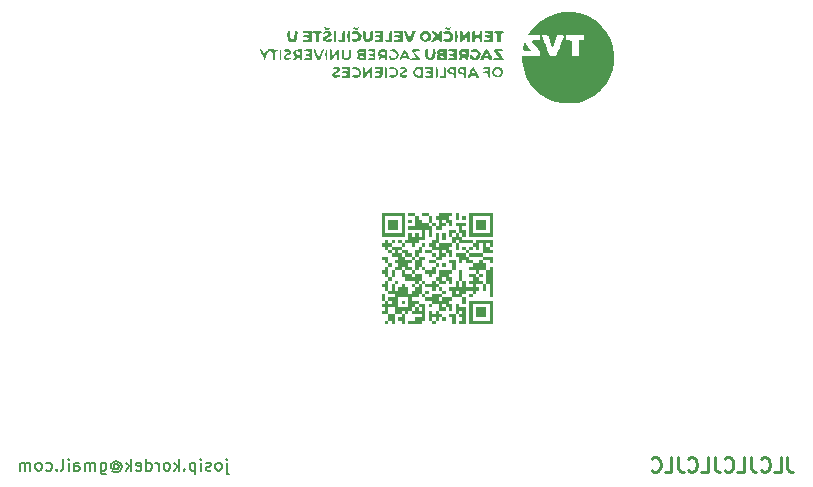
<source format=gbr>
%TF.GenerationSoftware,KiCad,Pcbnew,(6.0.10)*%
%TF.CreationDate,2023-01-16T10:01:34+01:00*%
%TF.ProjectId,SiemensET200BExpansionBoard,5369656d-656e-4734-9554-323030424578,rev?*%
%TF.SameCoordinates,Original*%
%TF.FileFunction,Legend,Bot*%
%TF.FilePolarity,Positive*%
%FSLAX46Y46*%
G04 Gerber Fmt 4.6, Leading zero omitted, Abs format (unit mm)*
G04 Created by KiCad (PCBNEW (6.0.10)) date 2023-01-16 10:01:34*
%MOMM*%
%LPD*%
G01*
G04 APERTURE LIST*
%ADD10C,0.250000*%
%ADD11C,0.150000*%
%ADD12C,1.562000*%
%ADD13R,2.600000X2.600000*%
%ADD14C,2.600000*%
%ADD15R,1.600000X6.500000*%
G04 APERTURE END LIST*
D10*
X187787857Y-137391857D02*
X187787857Y-138249000D01*
X187845000Y-138420428D01*
X187959285Y-138534714D01*
X188130714Y-138591857D01*
X188245000Y-138591857D01*
X186645000Y-138591857D02*
X187216428Y-138591857D01*
X187216428Y-137391857D01*
X185559285Y-138477571D02*
X185616428Y-138534714D01*
X185787857Y-138591857D01*
X185902142Y-138591857D01*
X186073571Y-138534714D01*
X186187857Y-138420428D01*
X186245000Y-138306142D01*
X186302142Y-138077571D01*
X186302142Y-137906142D01*
X186245000Y-137677571D01*
X186187857Y-137563285D01*
X186073571Y-137449000D01*
X185902142Y-137391857D01*
X185787857Y-137391857D01*
X185616428Y-137449000D01*
X185559285Y-137506142D01*
X184702142Y-137391857D02*
X184702142Y-138249000D01*
X184759285Y-138420428D01*
X184873571Y-138534714D01*
X185045000Y-138591857D01*
X185159285Y-138591857D01*
X183559285Y-138591857D02*
X184130714Y-138591857D01*
X184130714Y-137391857D01*
X182473571Y-138477571D02*
X182530714Y-138534714D01*
X182702142Y-138591857D01*
X182816428Y-138591857D01*
X182987857Y-138534714D01*
X183102142Y-138420428D01*
X183159285Y-138306142D01*
X183216428Y-138077571D01*
X183216428Y-137906142D01*
X183159285Y-137677571D01*
X183102142Y-137563285D01*
X182987857Y-137449000D01*
X182816428Y-137391857D01*
X182702142Y-137391857D01*
X182530714Y-137449000D01*
X182473571Y-137506142D01*
X181616428Y-137391857D02*
X181616428Y-138249000D01*
X181673571Y-138420428D01*
X181787857Y-138534714D01*
X181959285Y-138591857D01*
X182073571Y-138591857D01*
X180473571Y-138591857D02*
X181045000Y-138591857D01*
X181045000Y-137391857D01*
X179387857Y-138477571D02*
X179445000Y-138534714D01*
X179616428Y-138591857D01*
X179730714Y-138591857D01*
X179902142Y-138534714D01*
X180016428Y-138420428D01*
X180073571Y-138306142D01*
X180130714Y-138077571D01*
X180130714Y-137906142D01*
X180073571Y-137677571D01*
X180016428Y-137563285D01*
X179902142Y-137449000D01*
X179730714Y-137391857D01*
X179616428Y-137391857D01*
X179445000Y-137449000D01*
X179387857Y-137506142D01*
X178530714Y-137391857D02*
X178530714Y-138249000D01*
X178587857Y-138420428D01*
X178702142Y-138534714D01*
X178873571Y-138591857D01*
X178987857Y-138591857D01*
X177387857Y-138591857D02*
X177959285Y-138591857D01*
X177959285Y-137391857D01*
X176302142Y-138477571D02*
X176359285Y-138534714D01*
X176530714Y-138591857D01*
X176645000Y-138591857D01*
X176816428Y-138534714D01*
X176930714Y-138420428D01*
X176987857Y-138306142D01*
X177045000Y-138077571D01*
X177045000Y-137906142D01*
X176987857Y-137677571D01*
X176930714Y-137563285D01*
X176816428Y-137449000D01*
X176645000Y-137391857D01*
X176530714Y-137391857D01*
X176359285Y-137449000D01*
X176302142Y-137506142D01*
D11*
X140310095Y-137834714D02*
X140310095Y-138691857D01*
X140357714Y-138787095D01*
X140452952Y-138834714D01*
X140500571Y-138834714D01*
X140310095Y-137501380D02*
X140357714Y-137549000D01*
X140310095Y-137596619D01*
X140262476Y-137549000D01*
X140310095Y-137501380D01*
X140310095Y-137596619D01*
X139691047Y-138501380D02*
X139786285Y-138453761D01*
X139833904Y-138406142D01*
X139881523Y-138310904D01*
X139881523Y-138025190D01*
X139833904Y-137929952D01*
X139786285Y-137882333D01*
X139691047Y-137834714D01*
X139548190Y-137834714D01*
X139452952Y-137882333D01*
X139405333Y-137929952D01*
X139357714Y-138025190D01*
X139357714Y-138310904D01*
X139405333Y-138406142D01*
X139452952Y-138453761D01*
X139548190Y-138501380D01*
X139691047Y-138501380D01*
X138976761Y-138453761D02*
X138881523Y-138501380D01*
X138691047Y-138501380D01*
X138595809Y-138453761D01*
X138548190Y-138358523D01*
X138548190Y-138310904D01*
X138595809Y-138215666D01*
X138691047Y-138168047D01*
X138833904Y-138168047D01*
X138929142Y-138120428D01*
X138976761Y-138025190D01*
X138976761Y-137977571D01*
X138929142Y-137882333D01*
X138833904Y-137834714D01*
X138691047Y-137834714D01*
X138595809Y-137882333D01*
X138119619Y-138501380D02*
X138119619Y-137834714D01*
X138119619Y-137501380D02*
X138167238Y-137549000D01*
X138119619Y-137596619D01*
X138072000Y-137549000D01*
X138119619Y-137501380D01*
X138119619Y-137596619D01*
X137643428Y-137834714D02*
X137643428Y-138834714D01*
X137643428Y-137882333D02*
X137548190Y-137834714D01*
X137357714Y-137834714D01*
X137262476Y-137882333D01*
X137214857Y-137929952D01*
X137167238Y-138025190D01*
X137167238Y-138310904D01*
X137214857Y-138406142D01*
X137262476Y-138453761D01*
X137357714Y-138501380D01*
X137548190Y-138501380D01*
X137643428Y-138453761D01*
X136738666Y-138406142D02*
X136691047Y-138453761D01*
X136738666Y-138501380D01*
X136786285Y-138453761D01*
X136738666Y-138406142D01*
X136738666Y-138501380D01*
X136262476Y-138501380D02*
X136262476Y-137501380D01*
X136167238Y-138120428D02*
X135881523Y-138501380D01*
X135881523Y-137834714D02*
X136262476Y-138215666D01*
X135310095Y-138501380D02*
X135405333Y-138453761D01*
X135452952Y-138406142D01*
X135500571Y-138310904D01*
X135500571Y-138025190D01*
X135452952Y-137929952D01*
X135405333Y-137882333D01*
X135310095Y-137834714D01*
X135167238Y-137834714D01*
X135072000Y-137882333D01*
X135024380Y-137929952D01*
X134976761Y-138025190D01*
X134976761Y-138310904D01*
X135024380Y-138406142D01*
X135072000Y-138453761D01*
X135167238Y-138501380D01*
X135310095Y-138501380D01*
X134548190Y-138501380D02*
X134548190Y-137834714D01*
X134548190Y-138025190D02*
X134500571Y-137929952D01*
X134452952Y-137882333D01*
X134357714Y-137834714D01*
X134262476Y-137834714D01*
X133500571Y-138501380D02*
X133500571Y-137501380D01*
X133500571Y-138453761D02*
X133595809Y-138501380D01*
X133786285Y-138501380D01*
X133881523Y-138453761D01*
X133929142Y-138406142D01*
X133976761Y-138310904D01*
X133976761Y-138025190D01*
X133929142Y-137929952D01*
X133881523Y-137882333D01*
X133786285Y-137834714D01*
X133595809Y-137834714D01*
X133500571Y-137882333D01*
X132643428Y-138453761D02*
X132738666Y-138501380D01*
X132929142Y-138501380D01*
X133024380Y-138453761D01*
X133072000Y-138358523D01*
X133072000Y-137977571D01*
X133024380Y-137882333D01*
X132929142Y-137834714D01*
X132738666Y-137834714D01*
X132643428Y-137882333D01*
X132595809Y-137977571D01*
X132595809Y-138072809D01*
X133072000Y-138168047D01*
X132167238Y-138501380D02*
X132167238Y-137501380D01*
X132072000Y-138120428D02*
X131786285Y-138501380D01*
X131786285Y-137834714D02*
X132167238Y-138215666D01*
X130738666Y-138025190D02*
X130786285Y-137977571D01*
X130881523Y-137929952D01*
X130976761Y-137929952D01*
X131072000Y-137977571D01*
X131119619Y-138025190D01*
X131167238Y-138120428D01*
X131167238Y-138215666D01*
X131119619Y-138310904D01*
X131072000Y-138358523D01*
X130976761Y-138406142D01*
X130881523Y-138406142D01*
X130786285Y-138358523D01*
X130738666Y-138310904D01*
X130738666Y-137929952D02*
X130738666Y-138310904D01*
X130691047Y-138358523D01*
X130643428Y-138358523D01*
X130548190Y-138310904D01*
X130500571Y-138215666D01*
X130500571Y-137977571D01*
X130595809Y-137834714D01*
X130738666Y-137739476D01*
X130929142Y-137691857D01*
X131119619Y-137739476D01*
X131262476Y-137834714D01*
X131357714Y-137977571D01*
X131405333Y-138168047D01*
X131357714Y-138358523D01*
X131262476Y-138501380D01*
X131119619Y-138596619D01*
X130929142Y-138644238D01*
X130738666Y-138596619D01*
X130595809Y-138501380D01*
X129643428Y-137834714D02*
X129643428Y-138644238D01*
X129691047Y-138739476D01*
X129738666Y-138787095D01*
X129833904Y-138834714D01*
X129976761Y-138834714D01*
X130072000Y-138787095D01*
X129643428Y-138453761D02*
X129738666Y-138501380D01*
X129929142Y-138501380D01*
X130024380Y-138453761D01*
X130072000Y-138406142D01*
X130119619Y-138310904D01*
X130119619Y-138025190D01*
X130072000Y-137929952D01*
X130024380Y-137882333D01*
X129929142Y-137834714D01*
X129738666Y-137834714D01*
X129643428Y-137882333D01*
X129167238Y-138501380D02*
X129167238Y-137834714D01*
X129167238Y-137929952D02*
X129119619Y-137882333D01*
X129024380Y-137834714D01*
X128881523Y-137834714D01*
X128786285Y-137882333D01*
X128738666Y-137977571D01*
X128738666Y-138501380D01*
X128738666Y-137977571D02*
X128691047Y-137882333D01*
X128595809Y-137834714D01*
X128452952Y-137834714D01*
X128357714Y-137882333D01*
X128310095Y-137977571D01*
X128310095Y-138501380D01*
X127405333Y-138501380D02*
X127405333Y-137977571D01*
X127452952Y-137882333D01*
X127548190Y-137834714D01*
X127738666Y-137834714D01*
X127833904Y-137882333D01*
X127405333Y-138453761D02*
X127500571Y-138501380D01*
X127738666Y-138501380D01*
X127833904Y-138453761D01*
X127881523Y-138358523D01*
X127881523Y-138263285D01*
X127833904Y-138168047D01*
X127738666Y-138120428D01*
X127500571Y-138120428D01*
X127405333Y-138072809D01*
X126929142Y-138501380D02*
X126929142Y-137834714D01*
X126929142Y-137501380D02*
X126976761Y-137549000D01*
X126929142Y-137596619D01*
X126881523Y-137549000D01*
X126929142Y-137501380D01*
X126929142Y-137596619D01*
X126310095Y-138501380D02*
X126405333Y-138453761D01*
X126452952Y-138358523D01*
X126452952Y-137501380D01*
X125929142Y-138406142D02*
X125881523Y-138453761D01*
X125929142Y-138501380D01*
X125976761Y-138453761D01*
X125929142Y-138406142D01*
X125929142Y-138501380D01*
X125024380Y-138453761D02*
X125119619Y-138501380D01*
X125310095Y-138501380D01*
X125405333Y-138453761D01*
X125452952Y-138406142D01*
X125500571Y-138310904D01*
X125500571Y-138025190D01*
X125452952Y-137929952D01*
X125405333Y-137882333D01*
X125310095Y-137834714D01*
X125119619Y-137834714D01*
X125024380Y-137882333D01*
X124452952Y-138501380D02*
X124548190Y-138453761D01*
X124595809Y-138406142D01*
X124643428Y-138310904D01*
X124643428Y-138025190D01*
X124595809Y-137929952D01*
X124548190Y-137882333D01*
X124452952Y-137834714D01*
X124310095Y-137834714D01*
X124214857Y-137882333D01*
X124167238Y-137929952D01*
X124119619Y-138025190D01*
X124119619Y-138310904D01*
X124167238Y-138406142D01*
X124214857Y-138453761D01*
X124310095Y-138501380D01*
X124452952Y-138501380D01*
X123691047Y-138501380D02*
X123691047Y-137834714D01*
X123691047Y-137929952D02*
X123643428Y-137882333D01*
X123548190Y-137834714D01*
X123405333Y-137834714D01*
X123310095Y-137882333D01*
X123262476Y-137977571D01*
X123262476Y-138501380D01*
X123262476Y-137977571D02*
X123214857Y-137882333D01*
X123119619Y-137834714D01*
X122976761Y-137834714D01*
X122881523Y-137882333D01*
X122833904Y-137977571D01*
X122833904Y-138501380D01*
%TO.C,G\u002A\u002A\u002A*%
G36*
X156182578Y-101595342D02*
G01*
X156130423Y-101726759D01*
X156052218Y-101924660D01*
X155998713Y-102061112D01*
X155943202Y-102146315D01*
X155799171Y-102200843D01*
X155730117Y-102190123D01*
X155659410Y-102133613D01*
X155589373Y-102006439D01*
X155502646Y-101784208D01*
X155497922Y-101771197D01*
X155420644Y-101559375D01*
X155360082Y-101395184D01*
X155328987Y-101313212D01*
X155348207Y-101283042D01*
X155448146Y-101279603D01*
X155527266Y-101308939D01*
X155613266Y-101411507D01*
X155696167Y-101610868D01*
X155802585Y-101921381D01*
X155871500Y-101747860D01*
X155925541Y-101598226D01*
X155978694Y-101421821D01*
X156034581Y-101311915D01*
X156164591Y-101269303D01*
X156312209Y-101269303D01*
X156182578Y-101595342D01*
G37*
G36*
X144924725Y-102889099D02*
G01*
X144943554Y-103034322D01*
X144949229Y-103287641D01*
X144948405Y-103400468D01*
X144937912Y-103609693D01*
X144913212Y-103716943D01*
X144871601Y-103737885D01*
X144840425Y-103706059D01*
X144805542Y-103557109D01*
X144793973Y-103287641D01*
X144797894Y-103115902D01*
X144823014Y-102916836D01*
X144871601Y-102837396D01*
X144890042Y-102836305D01*
X144924725Y-102889099D01*
G37*
G36*
X151457349Y-100958825D02*
G01*
X151504945Y-100986298D01*
X151470012Y-101082995D01*
X151394652Y-101167771D01*
X151251735Y-101203073D01*
X151109816Y-101132677D01*
X151063234Y-101077464D01*
X151043884Y-100991314D01*
X151128447Y-100958790D01*
X151171511Y-100967285D01*
X151221601Y-101033313D01*
X151234588Y-101076519D01*
X151296124Y-101033313D01*
X151339222Y-100999373D01*
X151453566Y-100958790D01*
X151457349Y-100958825D01*
G37*
G36*
X150801367Y-102851768D02*
G01*
X150841077Y-102971121D01*
X150854975Y-103147041D01*
X150843502Y-103342092D01*
X150807099Y-103518837D01*
X150746206Y-103639841D01*
X150712385Y-103671609D01*
X150537883Y-103744175D01*
X150338898Y-103729733D01*
X150165855Y-103629205D01*
X150113506Y-103550738D01*
X150060602Y-103386708D01*
X150034861Y-103194920D01*
X150037702Y-103012261D01*
X150070543Y-102875616D01*
X150134804Y-102821870D01*
X150189830Y-102850691D01*
X150219497Y-102956009D01*
X150227958Y-103161250D01*
X150236062Y-103357217D01*
X150269910Y-103490563D01*
X150338241Y-103559652D01*
X150437514Y-103595454D01*
X150561242Y-103561402D01*
X150636977Y-103415529D01*
X150662677Y-103160349D01*
X150670528Y-102961045D01*
X150699430Y-102852765D01*
X150755831Y-102821870D01*
X150801367Y-102851768D01*
G37*
G36*
X143279285Y-102880220D02*
G01*
X143365611Y-103008178D01*
X143408750Y-103085087D01*
X143497297Y-103179294D01*
X143581448Y-103152817D01*
X143677500Y-103005518D01*
X143711796Y-102941536D01*
X143767499Y-102870672D01*
X143849441Y-102836063D01*
X143990234Y-102827491D01*
X144222494Y-102834735D01*
X144434033Y-102852403D01*
X144595613Y-102885045D01*
X144674517Y-102924791D01*
X144657180Y-102964486D01*
X144530036Y-102996972D01*
X144463902Y-103013389D01*
X144415641Y-103064415D01*
X144394796Y-103178081D01*
X144390305Y-103385114D01*
X144390170Y-103423303D01*
X144380548Y-103622302D01*
X144351516Y-103724535D01*
X144297151Y-103753411D01*
X144285927Y-103752676D01*
X144236512Y-103713319D01*
X144211151Y-103597156D01*
X144203997Y-103380795D01*
X144202030Y-103228232D01*
X144187670Y-103087249D01*
X144151641Y-103023263D01*
X144084967Y-103008178D01*
X144015922Y-102996875D01*
X143943088Y-102939631D01*
X143940741Y-102934569D01*
X143899208Y-102951441D01*
X143828745Y-103048506D01*
X143745622Y-103194934D01*
X143666105Y-103359892D01*
X143606466Y-103512553D01*
X143582970Y-103622084D01*
X143570388Y-103701099D01*
X143520868Y-103753411D01*
X143482003Y-103722761D01*
X143458017Y-103613680D01*
X143450176Y-103557148D01*
X143394383Y-103390994D01*
X143302760Y-103203673D01*
X143250027Y-103108065D01*
X143176932Y-102960068D01*
X143148251Y-102877634D01*
X143152477Y-102845034D01*
X143199757Y-102820743D01*
X143279285Y-102880220D01*
G37*
G36*
X157742384Y-105243875D02*
G01*
X157431870Y-105243875D01*
X157269690Y-105237914D01*
X157154598Y-105209302D01*
X157121357Y-105150721D01*
X157125865Y-105123940D01*
X157197040Y-105072949D01*
X157369767Y-105057567D01*
X157441184Y-105055877D01*
X157577159Y-105029186D01*
X157618178Y-104964413D01*
X157617785Y-104955929D01*
X157561581Y-104891459D01*
X157400819Y-104871259D01*
X157381023Y-104871091D01*
X157230593Y-104847003D01*
X157183459Y-104778105D01*
X157183852Y-104769621D01*
X157240056Y-104705151D01*
X157400819Y-104684951D01*
X157420615Y-104684783D01*
X157571044Y-104660695D01*
X157618178Y-104591797D01*
X157613670Y-104565016D01*
X157542495Y-104514025D01*
X157369767Y-104498643D01*
X157298351Y-104496952D01*
X157162376Y-104470262D01*
X157121357Y-104405489D01*
X157141227Y-104356835D01*
X157236600Y-104322307D01*
X157431870Y-104312335D01*
X157742384Y-104312335D01*
X157742384Y-105243875D01*
G37*
G36*
X162636325Y-104709049D02*
G01*
X162641237Y-104870708D01*
X162637337Y-105054192D01*
X162622749Y-105159293D01*
X162607273Y-105193024D01*
X162543231Y-105244420D01*
X162486589Y-105194021D01*
X162462188Y-105057567D01*
X162462184Y-105052965D01*
X162449689Y-104931192D01*
X162387949Y-104881036D01*
X162239653Y-104871259D01*
X162234069Y-104871240D01*
X162083259Y-104847055D01*
X162040535Y-104793639D01*
X162102345Y-104735349D01*
X162265137Y-104696542D01*
X162271274Y-104695910D01*
X162422204Y-104654125D01*
X162462772Y-104589279D01*
X162397097Y-104525488D01*
X162229303Y-104486866D01*
X162133883Y-104474821D01*
X162027312Y-104437555D01*
X162029057Y-104394233D01*
X162130358Y-104358346D01*
X162322457Y-104343386D01*
X162617445Y-104343386D01*
X162636325Y-104709049D01*
G37*
G36*
X153834622Y-104323007D02*
G01*
X153869503Y-104388212D01*
X153887137Y-104532424D01*
X153892017Y-104778105D01*
X153889882Y-104956903D01*
X153876841Y-105131306D01*
X153847999Y-105219477D01*
X153798863Y-105243875D01*
X153763103Y-105233203D01*
X153728222Y-105167998D01*
X153710588Y-105023786D01*
X153705709Y-104778105D01*
X153707843Y-104599307D01*
X153720884Y-104424904D01*
X153749726Y-104336734D01*
X153798863Y-104312335D01*
X153834622Y-104323007D01*
G37*
G36*
X154839083Y-101281865D02*
G01*
X155227225Y-101300354D01*
X155245471Y-101750599D01*
X155263717Y-102200843D01*
X154857329Y-102200843D01*
X154761737Y-102200108D01*
X154573642Y-102188828D01*
X154477759Y-102159790D01*
X154450941Y-102107689D01*
X154455449Y-102080908D01*
X154526624Y-102029918D01*
X154699352Y-102014535D01*
X154770768Y-102012845D01*
X154906743Y-101986154D01*
X154947762Y-101921381D01*
X154947370Y-101912897D01*
X154891166Y-101848428D01*
X154730403Y-101828227D01*
X154710607Y-101828059D01*
X154560178Y-101803972D01*
X154513044Y-101735073D01*
X154513437Y-101726589D01*
X154569640Y-101662120D01*
X154730403Y-101641919D01*
X154750199Y-101641751D01*
X154900628Y-101617664D01*
X154947762Y-101548765D01*
X154943254Y-101521984D01*
X154872079Y-101470993D01*
X154699352Y-101455611D01*
X154616428Y-101453338D01*
X154488611Y-101425604D01*
X154450941Y-101359494D01*
X154455079Y-101331658D01*
X154501965Y-101291885D01*
X154621524Y-101276976D01*
X154839083Y-101281865D01*
G37*
G36*
X147495440Y-102200843D02*
G01*
X147122824Y-102200843D01*
X147077928Y-102200660D01*
X146880267Y-102190821D01*
X146778824Y-102161780D01*
X146750207Y-102107689D01*
X146754716Y-102080908D01*
X146825891Y-102029918D01*
X146998618Y-102014535D01*
X147070034Y-102012845D01*
X147206010Y-101986154D01*
X147247029Y-101921381D01*
X147246636Y-101912897D01*
X147190432Y-101848428D01*
X147029670Y-101828227D01*
X147009873Y-101828059D01*
X146859444Y-101803972D01*
X146812310Y-101735073D01*
X146812703Y-101726589D01*
X146868907Y-101662120D01*
X147029670Y-101641919D01*
X147049466Y-101641751D01*
X147199895Y-101617664D01*
X147247029Y-101548765D01*
X147242521Y-101521984D01*
X147171346Y-101470993D01*
X146998618Y-101455611D01*
X146927202Y-101453921D01*
X146791227Y-101427230D01*
X146750207Y-101362457D01*
X146750942Y-101351233D01*
X146790299Y-101301818D01*
X146906462Y-101276457D01*
X147122824Y-101269303D01*
X147495440Y-101269303D01*
X147495440Y-102200843D01*
G37*
G36*
X151771396Y-103741130D02*
G01*
X151588073Y-103718082D01*
X151410778Y-103645840D01*
X151346560Y-103530217D01*
X151373575Y-103447908D01*
X151539564Y-103447908D01*
X151551714Y-103525312D01*
X151671846Y-103590063D01*
X151695876Y-103596436D01*
X151834302Y-103623477D01*
X151892722Y-103597089D01*
X151904731Y-103505000D01*
X151902809Y-103472938D01*
X151854794Y-103400313D01*
X151718423Y-103380795D01*
X151627983Y-103391150D01*
X151539564Y-103447908D01*
X151373575Y-103447908D01*
X151397935Y-103373687D01*
X151444334Y-103267949D01*
X151413008Y-103174744D01*
X151384797Y-103141445D01*
X151372329Y-103085807D01*
X151547254Y-103085807D01*
X151550137Y-103093324D01*
X151626642Y-103159470D01*
X151746189Y-103185462D01*
X151856359Y-103168418D01*
X151904731Y-103105457D01*
X151860705Y-103032663D01*
X151713247Y-103008178D01*
X151579679Y-103026711D01*
X151547254Y-103085807D01*
X151372329Y-103085807D01*
X151358718Y-103025073D01*
X151433793Y-102922601D01*
X151592174Y-102849658D01*
X151816013Y-102821870D01*
X152091039Y-102821870D01*
X152091039Y-103759902D01*
X151771396Y-103741130D01*
G37*
G36*
X154568743Y-102849976D02*
G01*
X154725295Y-102949697D01*
X154836908Y-103100155D01*
X154885574Y-103278225D01*
X154853283Y-103460780D01*
X154722028Y-103624698D01*
X154666953Y-103663640D01*
X154426353Y-103749249D01*
X154176558Y-103715715D01*
X154155805Y-103703255D01*
X154101553Y-103611418D01*
X154077816Y-103482752D01*
X154089229Y-103368197D01*
X154140428Y-103318692D01*
X154175089Y-103338740D01*
X154202530Y-103435654D01*
X154252092Y-103544479D01*
X154382367Y-103590021D01*
X154561937Y-103559835D01*
X154664330Y-103484408D01*
X154699352Y-103328297D01*
X154667630Y-103161596D01*
X154548401Y-103040364D01*
X154345389Y-103009750D01*
X154251581Y-103014932D01*
X154122082Y-103010674D01*
X154098163Y-102978892D01*
X154167823Y-102913049D01*
X154192859Y-102895241D01*
X154385262Y-102824115D01*
X154568743Y-102849976D01*
G37*
G36*
X151962216Y-104320283D02*
G01*
X152013914Y-104409157D01*
X152041059Y-104607323D01*
X152059987Y-104902310D01*
X152272349Y-104607323D01*
X152287989Y-104585716D01*
X152438073Y-104398133D01*
X152541897Y-104320227D01*
X152606877Y-104355351D01*
X152640427Y-104506859D01*
X152649963Y-104778105D01*
X152648325Y-104934201D01*
X152635955Y-105120498D01*
X152607957Y-105216595D01*
X152560212Y-105243875D01*
X152530375Y-105235927D01*
X152478677Y-105147053D01*
X152451532Y-104948887D01*
X152432604Y-104653900D01*
X152220242Y-104948887D01*
X152204602Y-104970494D01*
X152054518Y-105158077D01*
X151950694Y-105235983D01*
X151885714Y-105200859D01*
X151852164Y-105049351D01*
X151842628Y-104778105D01*
X151844266Y-104622010D01*
X151856636Y-104435712D01*
X151884634Y-104339615D01*
X151932379Y-104312335D01*
X151962216Y-104320283D01*
G37*
G36*
X150250316Y-101270034D02*
G01*
X150305170Y-101290150D01*
X150335853Y-101357203D01*
X150349230Y-101496931D01*
X150352163Y-101735073D01*
X150352163Y-102200843D01*
X150041650Y-102200843D01*
X149879469Y-102194882D01*
X149764378Y-102166271D01*
X149731137Y-102107689D01*
X149769534Y-102042309D01*
X149917445Y-102014535D01*
X150103753Y-102014535D01*
X150103753Y-101641919D01*
X150106036Y-101476881D01*
X150121102Y-101342623D01*
X150158587Y-101282899D01*
X150227958Y-101269303D01*
X150250316Y-101270034D01*
G37*
G36*
X146685970Y-103466439D02*
G01*
X146672929Y-103640842D01*
X146644087Y-103729012D01*
X146594951Y-103753411D01*
X146540628Y-103730358D01*
X146501797Y-103629205D01*
X146482030Y-103549984D01*
X146379776Y-103505000D01*
X146293733Y-103529707D01*
X146191283Y-103629205D01*
X146131433Y-103703917D01*
X146026699Y-103753411D01*
X145979278Y-103749751D01*
X145962951Y-103713570D01*
X146021908Y-103610986D01*
X146053526Y-103559617D01*
X146082287Y-103455726D01*
X146029051Y-103350705D01*
X145982462Y-103272610D01*
X145962947Y-103147909D01*
X146140387Y-103147909D01*
X146190586Y-103255833D01*
X146331014Y-103307291D01*
X146404462Y-103312436D01*
X146483897Y-103281117D01*
X146501797Y-103167560D01*
X146496414Y-103091706D01*
X146446078Y-103023778D01*
X146311169Y-103008178D01*
X146221046Y-103012269D01*
X146145290Y-103049474D01*
X146140387Y-103147909D01*
X145962947Y-103147909D01*
X145955456Y-103100043D01*
X146033750Y-102956450D01*
X146204162Y-102858252D01*
X146453512Y-102821870D01*
X146688105Y-102821870D01*
X146688105Y-103287641D01*
X146685970Y-103466439D01*
G37*
G36*
X150724780Y-105243875D02*
G01*
X150383215Y-105243875D01*
X150179916Y-105235821D01*
X150072315Y-105206899D01*
X150041650Y-105150721D01*
X150046158Y-105123940D01*
X150117333Y-105072949D01*
X150290061Y-105057567D01*
X150361477Y-105055877D01*
X150497452Y-105029186D01*
X150538472Y-104964413D01*
X150538079Y-104955929D01*
X150481875Y-104891459D01*
X150321112Y-104871259D01*
X150301316Y-104871091D01*
X150150887Y-104847003D01*
X150103753Y-104778105D01*
X150104146Y-104769621D01*
X150160349Y-104705151D01*
X150321112Y-104684951D01*
X150356781Y-104684127D01*
X150504872Y-104651392D01*
X150545553Y-104590040D01*
X150480249Y-104526416D01*
X150310387Y-104486866D01*
X150168593Y-104466256D01*
X150060123Y-104420863D01*
X150062654Y-104370324D01*
X150170517Y-104329271D01*
X150378040Y-104312335D01*
X150724780Y-104312335D01*
X150724780Y-105243875D01*
G37*
G36*
X148517480Y-102824158D02*
G01*
X148543838Y-102849933D01*
X148524214Y-102929631D01*
X148458031Y-103093748D01*
X148455083Y-103100868D01*
X148363920Y-103321025D01*
X148274892Y-103536051D01*
X148258748Y-103572146D01*
X148176078Y-103701226D01*
X148098396Y-103753411D01*
X148068687Y-103734619D01*
X147995486Y-103629049D01*
X147907129Y-103460432D01*
X147818601Y-103263152D01*
X147744883Y-103071598D01*
X147700958Y-102920155D01*
X147701809Y-102843211D01*
X147706225Y-102839072D01*
X147781783Y-102839444D01*
X147868063Y-102960821D01*
X147963305Y-103200794D01*
X148004500Y-103318384D01*
X148062141Y-103433503D01*
X148116237Y-103440723D01*
X148179989Y-103336393D01*
X148266595Y-103116858D01*
X148310939Y-103012045D01*
X148393084Y-102875370D01*
X148463168Y-102821870D01*
X148517480Y-102824158D01*
G37*
G36*
X149167595Y-102829819D02*
G01*
X149219293Y-102918692D01*
X149246438Y-103116858D01*
X149265366Y-103411846D01*
X149477728Y-103116858D01*
X149493368Y-103095252D01*
X149643452Y-102907668D01*
X149747276Y-102829762D01*
X149812256Y-102864886D01*
X149845806Y-103016395D01*
X149855342Y-103287641D01*
X149853704Y-103443736D01*
X149841334Y-103630034D01*
X149813336Y-103726131D01*
X149765591Y-103753411D01*
X149735754Y-103745462D01*
X149684056Y-103656589D01*
X149656911Y-103458423D01*
X149637983Y-103163435D01*
X149425621Y-103458423D01*
X149409981Y-103480029D01*
X149259897Y-103667613D01*
X149156073Y-103745519D01*
X149091093Y-103710395D01*
X149057543Y-103558886D01*
X149048007Y-103287641D01*
X149049645Y-103131545D01*
X149062015Y-102945247D01*
X149090013Y-102849151D01*
X149137758Y-102821870D01*
X149167595Y-102829819D01*
G37*
G36*
X154643035Y-104392492D02*
G01*
X154794576Y-104564749D01*
X154852892Y-104730503D01*
X154828097Y-104930506D01*
X154682790Y-105121771D01*
X154582376Y-105192082D01*
X154363500Y-105240667D01*
X154134605Y-105178657D01*
X154056112Y-105122237D01*
X154049962Y-105063657D01*
X154143921Y-105033067D01*
X154324491Y-105040301D01*
X154324819Y-105040345D01*
X154489672Y-105052120D01*
X154579840Y-105017275D01*
X154641382Y-104918040D01*
X154679527Y-104796842D01*
X154656380Y-104633030D01*
X154533913Y-104532182D01*
X154323781Y-104509297D01*
X154173463Y-104508419D01*
X154080006Y-104473459D01*
X154089946Y-104415683D01*
X154213587Y-104349991D01*
X154433300Y-104319921D01*
X154643035Y-104392492D01*
G37*
G36*
X151476654Y-104390326D02*
G01*
X151620316Y-104532273D01*
X151687276Y-104723155D01*
X151653789Y-104939473D01*
X151572201Y-105083979D01*
X151477394Y-105181356D01*
X151472452Y-105184199D01*
X151256834Y-105239226D01*
X151031210Y-105179588D01*
X150956559Y-105132421D01*
X150915549Y-105067334D01*
X150985084Y-105033708D01*
X151157242Y-105040300D01*
X151171822Y-105042228D01*
X151329492Y-105051714D01*
X151416459Y-105012672D01*
X151479921Y-104905362D01*
X151513848Y-104810905D01*
X151505865Y-104655460D01*
X151390339Y-104561332D01*
X151168243Y-104529694D01*
X151010388Y-104517151D01*
X150913290Y-104474987D01*
X150925762Y-104414332D01*
X151055071Y-104346924D01*
X151280032Y-104320813D01*
X151476654Y-104390326D01*
G37*
G36*
X162896907Y-102200843D02*
G01*
X162493239Y-102200843D01*
X162401627Y-102200161D01*
X162212815Y-102188983D01*
X162116521Y-102159941D01*
X162089572Y-102107689D01*
X162102256Y-102066447D01*
X162188140Y-102026302D01*
X162374209Y-102014535D01*
X162431576Y-102013112D01*
X162592144Y-101983595D01*
X162637464Y-101931283D01*
X162566885Y-101876607D01*
X162379759Y-101840004D01*
X162316204Y-101832303D01*
X162174438Y-101784431D01*
X162144051Y-101721000D01*
X162222006Y-101665625D01*
X162405260Y-101641919D01*
X162459923Y-101640383D01*
X162602585Y-101610387D01*
X162634762Y-101557755D01*
X162559479Y-101503188D01*
X162379759Y-101467388D01*
X162210449Y-101430272D01*
X162151674Y-101358708D01*
X162151792Y-101354528D01*
X162188462Y-101303731D01*
X162305439Y-101277048D01*
X162524291Y-101269303D01*
X162896907Y-101269303D01*
X162896907Y-102200843D01*
G37*
G36*
X163392187Y-102822552D02*
G01*
X163580998Y-102833731D01*
X163677293Y-102862773D01*
X163704242Y-102915024D01*
X163703377Y-102927457D01*
X163644138Y-102989043D01*
X163481099Y-103008178D01*
X163257957Y-103008178D01*
X163512151Y-103311785D01*
X163631522Y-103462497D01*
X163728955Y-103603828D01*
X163766344Y-103684401D01*
X163730899Y-103716493D01*
X163583607Y-103743903D01*
X163331626Y-103753411D01*
X163220059Y-103752488D01*
X163026157Y-103741036D01*
X162925626Y-103712964D01*
X162896907Y-103663827D01*
X162897067Y-103659294D01*
X162962016Y-103590432D01*
X163145447Y-103555148D01*
X163393988Y-103536051D01*
X163148095Y-103256589D01*
X162993768Y-103072113D01*
X162915687Y-102939567D01*
X162937198Y-102863929D01*
X163063696Y-102829822D01*
X163300574Y-102821870D01*
X163392187Y-102822552D01*
G37*
G36*
X160228841Y-101284533D02*
G01*
X160277059Y-101362146D01*
X160300549Y-101533240D01*
X160319645Y-101797176D01*
X160505953Y-101534566D01*
X160579392Y-101441040D01*
X160704976Y-101318976D01*
X160800941Y-101270629D01*
X160804613Y-101270618D01*
X160859274Y-101287551D01*
X160891120Y-101354042D01*
X160905964Y-101494935D01*
X160909621Y-101735073D01*
X160909426Y-101818915D01*
X160904061Y-102024618D01*
X160886181Y-102139680D01*
X160848920Y-102189843D01*
X160785415Y-102200843D01*
X160721528Y-102190652D01*
X160672720Y-102124426D01*
X160659128Y-101967958D01*
X160657045Y-101735073D01*
X160466796Y-101967958D01*
X160402064Y-102040059D01*
X160265480Y-102155357D01*
X160158365Y-102200843D01*
X160143069Y-102200426D01*
X160088348Y-102181005D01*
X160057275Y-102113979D01*
X160043377Y-101973838D01*
X160040183Y-101735073D01*
X160040324Y-101664730D01*
X160045437Y-101453311D01*
X160062801Y-101334009D01*
X160099050Y-101281211D01*
X160160818Y-101269303D01*
X160228841Y-101284533D01*
G37*
G36*
X159727535Y-104956903D02*
G01*
X159714494Y-105131306D01*
X159685652Y-105219477D01*
X159636516Y-105243875D01*
X159575753Y-105213488D01*
X159543362Y-105088619D01*
X159535643Y-105005420D01*
X159479982Y-104946692D01*
X159338423Y-104933362D01*
X159183340Y-104915645D01*
X159034659Y-104825750D01*
X158984437Y-104661895D01*
X158985058Y-104640301D01*
X158985776Y-104638374D01*
X159181952Y-104638374D01*
X159232151Y-104746298D01*
X159372579Y-104797756D01*
X159446026Y-104802901D01*
X159525462Y-104771582D01*
X159543362Y-104658025D01*
X159537979Y-104582170D01*
X159487642Y-104514242D01*
X159352734Y-104498643D01*
X159262611Y-104502734D01*
X159186855Y-104539938D01*
X159181952Y-104638374D01*
X158985776Y-104638374D01*
X159050391Y-104465023D01*
X159213359Y-104352238D01*
X159459833Y-104312335D01*
X159729670Y-104312335D01*
X159729670Y-104778105D01*
X159727535Y-104956903D01*
G37*
G36*
X163644651Y-105038476D02*
G01*
X163499131Y-105169541D01*
X163395426Y-105208050D01*
X163166127Y-105218010D01*
X162966732Y-105134760D01*
X162826003Y-104974739D01*
X162778439Y-104778105D01*
X162959009Y-104778105D01*
X162971314Y-104861970D01*
X163033533Y-104983044D01*
X163080631Y-105018719D01*
X163240842Y-105058826D01*
X163407163Y-105025500D01*
X163522138Y-104925506D01*
X163552288Y-104848198D01*
X163545548Y-104678334D01*
X163449068Y-104549649D01*
X163283275Y-104498643D01*
X163153271Y-104514631D01*
X163008941Y-104607832D01*
X162959009Y-104778105D01*
X162778439Y-104778105D01*
X162772701Y-104754384D01*
X162817034Y-104581541D01*
X162950058Y-104429766D01*
X163137091Y-104337436D01*
X163342787Y-104321167D01*
X163531801Y-104397572D01*
X163596730Y-104458390D01*
X163695115Y-104643582D01*
X163710396Y-104848198D01*
X163710534Y-104850050D01*
X163644651Y-105038476D01*
G37*
G36*
X149505084Y-101270034D02*
G01*
X149559938Y-101290150D01*
X149590621Y-101357203D01*
X149603998Y-101496931D01*
X149606931Y-101735073D01*
X149606736Y-101818915D01*
X149601372Y-102024618D01*
X149583491Y-102139680D01*
X149546230Y-102189843D01*
X149482726Y-102200843D01*
X149460368Y-102200113D01*
X149405514Y-102179996D01*
X149374831Y-102112944D01*
X149361454Y-101973216D01*
X149358520Y-101735073D01*
X149358715Y-101651232D01*
X149364080Y-101445529D01*
X149381960Y-101330466D01*
X149419221Y-101280304D01*
X149482726Y-101269303D01*
X149505084Y-101270034D01*
G37*
G36*
X148678676Y-100964032D02*
G01*
X148770409Y-101023908D01*
X148806314Y-101053646D01*
X148899780Y-101015058D01*
X148970037Y-100971803D01*
X149028205Y-100992180D01*
X149011773Y-101105158D01*
X148985762Y-101148492D01*
X148875055Y-101202334D01*
X148739172Y-101179548D01*
X148627701Y-101082995D01*
X148608696Y-101051537D01*
X148583194Y-100976731D01*
X148640148Y-100958790D01*
X148678676Y-100964032D01*
G37*
G36*
X165834838Y-102599638D02*
G01*
X166133405Y-102946076D01*
X165757209Y-102946076D01*
X165601880Y-102944016D01*
X165452518Y-102921901D01*
X165390148Y-102855277D01*
X165399028Y-102719759D01*
X165463415Y-102490959D01*
X165536271Y-102253201D01*
X165834838Y-102599638D01*
G37*
G36*
X159220185Y-100958825D02*
G01*
X159267781Y-100986298D01*
X159232848Y-101082995D01*
X159157488Y-101167771D01*
X159014571Y-101203073D01*
X158872652Y-101132677D01*
X158826070Y-101077464D01*
X158806720Y-100991314D01*
X158891283Y-100958790D01*
X158934347Y-100967285D01*
X158984437Y-101033313D01*
X158997424Y-101076519D01*
X159058961Y-101033313D01*
X159102058Y-100999373D01*
X159216402Y-100958790D01*
X159220185Y-100958825D01*
G37*
G36*
X158447871Y-101270034D02*
G01*
X158502725Y-101290150D01*
X158533408Y-101357203D01*
X158546785Y-101496931D01*
X158549718Y-101735073D01*
X158549622Y-101792315D01*
X158544750Y-102009260D01*
X158527847Y-102132679D01*
X158492487Y-102188048D01*
X158432246Y-102200843D01*
X158350243Y-102172507D01*
X158275806Y-102045587D01*
X158236530Y-101942943D01*
X158183062Y-101890330D01*
X158116289Y-101934852D01*
X158027556Y-102045587D01*
X157937216Y-102142542D01*
X157769020Y-102200843D01*
X157612211Y-102200843D01*
X157794836Y-101935408D01*
X157977461Y-101669972D01*
X157818452Y-101485163D01*
X157808050Y-101473040D01*
X157718594Y-101358723D01*
X157708006Y-101303472D01*
X157769582Y-101279011D01*
X157808751Y-101280903D01*
X157939788Y-101341749D01*
X158090515Y-101461975D01*
X158301308Y-101666284D01*
X158301308Y-101467794D01*
X158303611Y-101399417D01*
X158336816Y-101296411D01*
X158425513Y-101269303D01*
X158447871Y-101270034D01*
G37*
G36*
X145561808Y-102845604D02*
G01*
X145717385Y-102937095D01*
X145737390Y-102960999D01*
X145788103Y-103103629D01*
X145718441Y-103235342D01*
X145531673Y-103348888D01*
X145531161Y-103349102D01*
X145368276Y-103438719D01*
X145322364Y-103511837D01*
X145390625Y-103553846D01*
X145570256Y-103550138D01*
X145669945Y-103541030D01*
X145792788Y-103555201D01*
X145808692Y-103606127D01*
X145709987Y-103686334D01*
X145704224Y-103689614D01*
X145529360Y-103743662D01*
X145344507Y-103739787D01*
X145210061Y-103678887D01*
X145186743Y-103653074D01*
X145131418Y-103505507D01*
X145189218Y-103359711D01*
X145352897Y-103238045D01*
X145502516Y-103148915D01*
X145565563Y-103069403D01*
X145525813Y-103021822D01*
X145381214Y-103021827D01*
X145308431Y-103027891D01*
X145185613Y-103006848D01*
X145144047Y-102951027D01*
X145205210Y-102877981D01*
X145364773Y-102826768D01*
X145561808Y-102845604D01*
G37*
G36*
X157610188Y-101946840D02*
G01*
X157473058Y-102109138D01*
X157370510Y-102163987D01*
X157143789Y-102204840D01*
X156922479Y-102161027D01*
X156753248Y-102037212D01*
X156643985Y-101829947D01*
X156646430Y-101725667D01*
X156884404Y-101725667D01*
X156922549Y-101856646D01*
X156968077Y-101930015D01*
X157090711Y-102007149D01*
X157222140Y-101991707D01*
X157326960Y-101894125D01*
X157369767Y-101724838D01*
X157344488Y-101626714D01*
X157237996Y-101513665D01*
X157194514Y-101492805D01*
X157090478Y-101485804D01*
X156978417Y-101570950D01*
X156931117Y-101621898D01*
X156884404Y-101725667D01*
X156646430Y-101725667D01*
X156648923Y-101619373D01*
X156776969Y-101421737D01*
X156826791Y-101378964D01*
X157028894Y-101287124D01*
X157249506Y-101275216D01*
X157437252Y-101348907D01*
X157443656Y-101353894D01*
X157593867Y-101534835D01*
X157644797Y-101724838D01*
X157649918Y-101743944D01*
X157610188Y-101946840D01*
G37*
G36*
X162811203Y-103655608D02*
G01*
X162834804Y-103722906D01*
X162808930Y-103753226D01*
X162717369Y-103754127D01*
X162611466Y-103719111D01*
X162546749Y-103660257D01*
X162469908Y-103594439D01*
X162300287Y-103567103D01*
X162292162Y-103567133D01*
X162138298Y-103590357D01*
X162089572Y-103660257D01*
X162060171Y-103720308D01*
X161938264Y-103753411D01*
X161786957Y-103753411D01*
X161961930Y-103334218D01*
X162214728Y-103334218D01*
X162238433Y-103361576D01*
X162340168Y-103380795D01*
X162387019Y-103378937D01*
X162434337Y-103346973D01*
X162395595Y-103248199D01*
X162379921Y-103220048D01*
X162322490Y-103157990D01*
X162270156Y-103201622D01*
X162245287Y-103245849D01*
X162214728Y-103334218D01*
X161961930Y-103334218D01*
X161981371Y-103287641D01*
X162071627Y-103081454D01*
X162157443Y-102923019D01*
X162232097Y-102843602D01*
X162310672Y-102821870D01*
X162362421Y-102830427D01*
X162441867Y-102890280D01*
X162529115Y-103025464D01*
X162640181Y-103257136D01*
X162659868Y-103301321D01*
X162679773Y-103346973D01*
X162748728Y-103505116D01*
X162811203Y-103655608D01*
G37*
G36*
X153884758Y-103380243D02*
G01*
X153880858Y-103563727D01*
X153866269Y-103668829D01*
X153810377Y-103743215D01*
X153739382Y-103733658D01*
X153705709Y-103629205D01*
X153680570Y-103547296D01*
X153587960Y-103505518D01*
X153460261Y-103538487D01*
X153332867Y-103644731D01*
X153291049Y-103691018D01*
X153199998Y-103744824D01*
X153165578Y-103697757D01*
X153210267Y-103564524D01*
X153214843Y-103555877D01*
X153252514Y-103443619D01*
X153207536Y-103379960D01*
X153157904Y-103320324D01*
X153132900Y-103177056D01*
X153135614Y-103163435D01*
X153302041Y-103163435D01*
X153304343Y-103195844D01*
X153357691Y-103273014D01*
X153503875Y-103307101D01*
X153624457Y-103311805D01*
X153691692Y-103274149D01*
X153705709Y-103163435D01*
X153697144Y-103066804D01*
X153642532Y-103017729D01*
X153503875Y-103019769D01*
X153451571Y-103026229D01*
X153334528Y-103070343D01*
X153302041Y-103163435D01*
X153135614Y-103163435D01*
X153164378Y-103019070D01*
X153247701Y-102901585D01*
X153261298Y-102892661D01*
X153414637Y-102843948D01*
X153612555Y-102834639D01*
X153860965Y-102852922D01*
X153876998Y-103163435D01*
X153879846Y-103218584D01*
X153884758Y-103380243D01*
G37*
G36*
X152635034Y-101273590D02*
G01*
X152684449Y-101313693D01*
X152706817Y-101420038D01*
X152712066Y-101621504D01*
X152711387Y-101679587D01*
X152682601Y-101934215D01*
X152609286Y-102087274D01*
X152491899Y-102163736D01*
X152271243Y-102200843D01*
X152104473Y-102178995D01*
X151953590Y-102079616D01*
X151869015Y-101889447D01*
X151842628Y-101597050D01*
X151843573Y-101498190D01*
X151856580Y-101351089D01*
X151893888Y-101284764D01*
X151966833Y-101269303D01*
X151985960Y-101269843D01*
X152053136Y-101295919D01*
X152084089Y-101383721D01*
X152091990Y-101564291D01*
X152094453Y-101667261D01*
X152125792Y-101880366D01*
X152197667Y-101989009D01*
X152315840Y-102004517D01*
X152338407Y-101998757D01*
X152398741Y-101949951D01*
X152432875Y-101835344D01*
X152451228Y-101625790D01*
X152458672Y-101508228D01*
X152480382Y-101356601D01*
X152520776Y-101286405D01*
X152590959Y-101269303D01*
X152635034Y-101273590D01*
G37*
G36*
X149793937Y-104374811D02*
G01*
X149881866Y-104448639D01*
X149907447Y-104573696D01*
X149829066Y-104706374D01*
X149653508Y-104824929D01*
X149632316Y-104835071D01*
X149471811Y-104932662D01*
X149424156Y-105006600D01*
X149488781Y-105046288D01*
X149665118Y-105041128D01*
X149801022Y-105028526D01*
X149925536Y-105040190D01*
X149941255Y-105085737D01*
X149841764Y-105160819D01*
X149711363Y-105216337D01*
X149498780Y-105231272D01*
X149328803Y-105143183D01*
X149308231Y-105121175D01*
X149247781Y-104983237D01*
X149311186Y-104851492D01*
X149498251Y-104726413D01*
X149662363Y-104629446D01*
X149723454Y-104552924D01*
X149673390Y-104510131D01*
X149511576Y-104510687D01*
X149415978Y-104518642D01*
X149323829Y-104502630D01*
X149310273Y-104439853D01*
X149345267Y-104383762D01*
X149467812Y-104331605D01*
X149632773Y-104326550D01*
X149793937Y-104374811D01*
G37*
G36*
X159171062Y-101292212D02*
G01*
X159308818Y-101354541D01*
X159443295Y-101522052D01*
X159491402Y-101735917D01*
X159447461Y-101950227D01*
X159311336Y-102123215D01*
X159192151Y-102178742D01*
X159029009Y-102199416D01*
X158864337Y-102183221D01*
X158729484Y-102137077D01*
X158655798Y-102067908D01*
X158674630Y-101982633D01*
X158677529Y-101979193D01*
X158763647Y-101929387D01*
X158894160Y-101965043D01*
X159024905Y-102001025D01*
X159137855Y-101953959D01*
X159147066Y-101946003D01*
X159227793Y-101811516D01*
X159219584Y-101667777D01*
X159142980Y-101548103D01*
X159018523Y-101485812D01*
X158866753Y-101514224D01*
X158771829Y-101544272D01*
X158676435Y-101489689D01*
X158652452Y-101411280D01*
X158715310Y-101339491D01*
X158843341Y-101291305D01*
X159005581Y-101273339D01*
X159171062Y-101292212D01*
G37*
G36*
X149013970Y-101311021D02*
G01*
X149132384Y-101399824D01*
X149144975Y-101418839D01*
X149188706Y-101577999D01*
X149113913Y-101714247D01*
X148925113Y-101818465D01*
X148845883Y-101852776D01*
X148753590Y-101925755D01*
X148745980Y-101988118D01*
X148834730Y-102014535D01*
X148910294Y-102003298D01*
X149053011Y-101949755D01*
X149055567Y-101948393D01*
X149157858Y-101919489D01*
X149213235Y-101987074D01*
X149221558Y-102046918D01*
X149165736Y-102144058D01*
X149049916Y-102185643D01*
X148853114Y-102198125D01*
X148657217Y-102168282D01*
X148521468Y-102100152D01*
X148500896Y-102078144D01*
X148440446Y-101940205D01*
X148503851Y-101808460D01*
X148690917Y-101683382D01*
X148698167Y-101679819D01*
X148862052Y-101582191D01*
X148917377Y-101511533D01*
X148863639Y-101478039D01*
X148700337Y-101491905D01*
X148561013Y-101511599D01*
X148499487Y-101491306D01*
X148499039Y-101417091D01*
X148546001Y-101341486D01*
X148677369Y-101283036D01*
X148847829Y-101272486D01*
X149013970Y-101311021D01*
G37*
G36*
X155783015Y-103506655D02*
G01*
X155861485Y-103619260D01*
X155905515Y-103637035D01*
X155909940Y-103631113D01*
X156006148Y-103585713D01*
X156162430Y-103567103D01*
X156187591Y-103566848D01*
X156321529Y-103554837D01*
X156376124Y-103530398D01*
X156358825Y-103495876D01*
X156279919Y-103387571D01*
X156158765Y-103239757D01*
X156044646Y-103100309D01*
X155956751Y-102956177D01*
X155969404Y-102871644D01*
X156088315Y-102831834D01*
X156319197Y-102821870D01*
X156530324Y-102828876D01*
X156648094Y-102853652D01*
X156671433Y-102899499D01*
X156665110Y-102911369D01*
X156573330Y-102968778D01*
X156417598Y-103008178D01*
X156189319Y-103039230D01*
X156435330Y-103318692D01*
X156542944Y-103448616D01*
X156643953Y-103590991D01*
X156683990Y-103677296D01*
X156638841Y-103716403D01*
X156502997Y-103743177D01*
X156310505Y-103753888D01*
X156096046Y-103749371D01*
X155894301Y-103730462D01*
X155739952Y-103697996D01*
X155667679Y-103652810D01*
X155645915Y-103621893D01*
X155530616Y-103574226D01*
X155368253Y-103568625D01*
X155208096Y-103603106D01*
X155099417Y-103675685D01*
X155040808Y-103732852D01*
X154974566Y-103738813D01*
X154968035Y-103716792D01*
X154989511Y-103603783D01*
X155049350Y-103431454D01*
X155085497Y-103345660D01*
X155258276Y-103345660D01*
X155281425Y-103366026D01*
X155382481Y-103380795D01*
X155458246Y-103364893D01*
X155503389Y-103280730D01*
X155450308Y-103139519D01*
X155439194Y-103123125D01*
X155388076Y-103098419D01*
X155327054Y-103182014D01*
X155284434Y-103269257D01*
X155258276Y-103345660D01*
X155085497Y-103345660D01*
X155132472Y-103234164D01*
X155223796Y-103046275D01*
X155308243Y-102902146D01*
X155370732Y-102836137D01*
X155375654Y-102835239D01*
X155443073Y-102887007D01*
X155540270Y-103034417D01*
X155654715Y-103258819D01*
X155665100Y-103280730D01*
X155683287Y-103319103D01*
X155783015Y-103506655D01*
G37*
G36*
X158584291Y-103753411D02*
G01*
X158551915Y-103753290D01*
X158352785Y-103740988D01*
X158232248Y-103699663D01*
X158150560Y-103616797D01*
X158122647Y-103574704D01*
X158087732Y-103466902D01*
X158091491Y-103458423D01*
X158378625Y-103458423D01*
X158423471Y-103516857D01*
X158526356Y-103555506D01*
X158627968Y-103543862D01*
X158673924Y-103478268D01*
X158643713Y-103413341D01*
X158513492Y-103380795D01*
X158409230Y-103397770D01*
X158378625Y-103458423D01*
X158091491Y-103458423D01*
X158138289Y-103352861D01*
X158185562Y-103247763D01*
X158156429Y-103122064D01*
X158143786Y-103085807D01*
X158378625Y-103085807D01*
X158423471Y-103144241D01*
X158526356Y-103182890D01*
X158627968Y-103171246D01*
X158673924Y-103105652D01*
X158643713Y-103040725D01*
X158513492Y-103008178D01*
X158409230Y-103025154D01*
X158378625Y-103085807D01*
X158143786Y-103085807D01*
X158120974Y-103020384D01*
X158173883Y-102914150D01*
X158332598Y-102845953D01*
X158588374Y-102821870D01*
X158922335Y-102821870D01*
X158922335Y-103753411D01*
X158584291Y-103753411D01*
G37*
G36*
X154224888Y-101270034D02*
G01*
X154279742Y-101290150D01*
X154310425Y-101357203D01*
X154323802Y-101496931D01*
X154326736Y-101735073D01*
X154326736Y-102200843D01*
X154016222Y-102200843D01*
X153854042Y-102194882D01*
X153738950Y-102166271D01*
X153705709Y-102107689D01*
X153744106Y-102042309D01*
X153892017Y-102014535D01*
X154078325Y-102014535D01*
X154078325Y-101641919D01*
X154080608Y-101476881D01*
X154095674Y-101342623D01*
X154133159Y-101282899D01*
X154202530Y-101269303D01*
X154224888Y-101270034D01*
G37*
G36*
X158119708Y-104323007D02*
G01*
X158154589Y-104388212D01*
X158172223Y-104532424D01*
X158177102Y-104778105D01*
X158174968Y-104956903D01*
X158161927Y-105131306D01*
X158133085Y-105219477D01*
X158083948Y-105243875D01*
X158048189Y-105233203D01*
X158013308Y-105167998D01*
X157995674Y-105023786D01*
X157990794Y-104778105D01*
X157992929Y-104599307D01*
X158005970Y-104424904D01*
X158034812Y-104336734D01*
X158083948Y-104312335D01*
X158119708Y-104323007D01*
G37*
G36*
X147557542Y-103753411D02*
G01*
X147215978Y-103753411D01*
X147012679Y-103745357D01*
X146905078Y-103716434D01*
X146874413Y-103660257D01*
X146878921Y-103633476D01*
X146950096Y-103582485D01*
X147122824Y-103567103D01*
X147194240Y-103565412D01*
X147330215Y-103538721D01*
X147371234Y-103473949D01*
X147370841Y-103465465D01*
X147314638Y-103400995D01*
X147153875Y-103380795D01*
X147134079Y-103380626D01*
X146983650Y-103356539D01*
X146936516Y-103287641D01*
X146936908Y-103279156D01*
X146993112Y-103214687D01*
X147153875Y-103194486D01*
X147173671Y-103194318D01*
X147324100Y-103170231D01*
X147371234Y-103101332D01*
X147366726Y-103074551D01*
X147295551Y-103023561D01*
X147122824Y-103008178D01*
X147051407Y-103006488D01*
X146915432Y-102979797D01*
X146874413Y-102915024D01*
X146903945Y-102859579D01*
X147009994Y-102830234D01*
X147215978Y-102821870D01*
X147557542Y-102821870D01*
X147557542Y-103753411D01*
G37*
G36*
X155503863Y-104382823D02*
G01*
X155599710Y-104498232D01*
X155606706Y-104522012D01*
X155610743Y-104647347D01*
X155530556Y-104744166D01*
X155347183Y-104837980D01*
X155342165Y-104840089D01*
X155180308Y-104929817D01*
X155134745Y-105002731D01*
X155202971Y-105044452D01*
X155382481Y-105040602D01*
X155482170Y-105031494D01*
X155605013Y-105045666D01*
X155620917Y-105096592D01*
X155522212Y-105176798D01*
X155412880Y-105222741D01*
X155209781Y-105230459D01*
X155042250Y-105143183D01*
X155021267Y-105120682D01*
X154961948Y-104983467D01*
X155025370Y-104849186D01*
X155212264Y-104716002D01*
X155364963Y-104622721D01*
X155434247Y-104546268D01*
X155389048Y-104507278D01*
X155229004Y-104510222D01*
X155208478Y-104512284D01*
X155057624Y-104501653D01*
X154979501Y-104454096D01*
X154990049Y-104391884D01*
X155105211Y-104337287D01*
X155119904Y-104333790D01*
X155330875Y-104323761D01*
X155503863Y-104382823D01*
G37*
G36*
X152898374Y-103753411D02*
G01*
X152587860Y-103753411D01*
X152425680Y-103747450D01*
X152310589Y-103718838D01*
X152277347Y-103660257D01*
X152281855Y-103633476D01*
X152353030Y-103582485D01*
X152525758Y-103567103D01*
X152597174Y-103565412D01*
X152733149Y-103538721D01*
X152774168Y-103473949D01*
X152773775Y-103465465D01*
X152717572Y-103400995D01*
X152556809Y-103380795D01*
X152537013Y-103380626D01*
X152386584Y-103356539D01*
X152339450Y-103287641D01*
X152339842Y-103279156D01*
X152396046Y-103214687D01*
X152556809Y-103194486D01*
X152576605Y-103194318D01*
X152727034Y-103170231D01*
X152774168Y-103101332D01*
X152769660Y-103074551D01*
X152698485Y-103023561D01*
X152525758Y-103008178D01*
X152454341Y-103006488D01*
X152318366Y-102979797D01*
X152277347Y-102915024D01*
X152297217Y-102866370D01*
X152392590Y-102831843D01*
X152587860Y-102821870D01*
X152898374Y-102821870D01*
X152898374Y-103753411D01*
G37*
G36*
X153581503Y-102200843D02*
G01*
X153208887Y-102200843D01*
X153163991Y-102200660D01*
X152966330Y-102190821D01*
X152864887Y-102161780D01*
X152836271Y-102107689D01*
X152840779Y-102080908D01*
X152911954Y-102029918D01*
X153084682Y-102014535D01*
X153156098Y-102012845D01*
X153292073Y-101986154D01*
X153333093Y-101921381D01*
X153332700Y-101912897D01*
X153276496Y-101848428D01*
X153115733Y-101828227D01*
X153095937Y-101828059D01*
X152945508Y-101803972D01*
X152898374Y-101735073D01*
X152898767Y-101726589D01*
X152954970Y-101662120D01*
X153115733Y-101641919D01*
X153135529Y-101641751D01*
X153285958Y-101617664D01*
X153333093Y-101548765D01*
X153328584Y-101521984D01*
X153257409Y-101470993D01*
X153084682Y-101455611D01*
X153013266Y-101453921D01*
X152877290Y-101427230D01*
X152836271Y-101362457D01*
X152837006Y-101351233D01*
X152876363Y-101301818D01*
X152992526Y-101276457D01*
X153208887Y-101269303D01*
X153581503Y-101269303D01*
X153581503Y-102200843D01*
G37*
G36*
X160785220Y-103371482D02*
G01*
X160779856Y-103577185D01*
X160761975Y-103692248D01*
X160724715Y-103742410D01*
X160661210Y-103753411D01*
X160580918Y-103732998D01*
X160537005Y-103629205D01*
X160517782Y-103550931D01*
X160416984Y-103505000D01*
X160339883Y-103528260D01*
X160257542Y-103629205D01*
X160208711Y-103706118D01*
X160065618Y-103753411D01*
X159965093Y-103747107D01*
X159951006Y-103705561D01*
X160016932Y-103594965D01*
X160030517Y-103573719D01*
X160083374Y-103448983D01*
X160049415Y-103365185D01*
X160034000Y-103346942D01*
X159984600Y-103202223D01*
X159987163Y-103132384D01*
X160226491Y-103132384D01*
X160260001Y-103227479D01*
X160381748Y-103256589D01*
X160500617Y-103229781D01*
X160537005Y-103132384D01*
X160503494Y-103037289D01*
X160381748Y-103008178D01*
X160262879Y-103034987D01*
X160226491Y-103132384D01*
X159987163Y-103132384D01*
X159990959Y-103028958D01*
X160052604Y-102896394D01*
X160102462Y-102869255D01*
X160255761Y-102835186D01*
X160456271Y-102821870D01*
X160785415Y-102821870D01*
X160785415Y-103287641D01*
X160785220Y-103371482D01*
G37*
G36*
X151402495Y-101288585D02*
G01*
X151537496Y-101348907D01*
X151543901Y-101353894D01*
X151694112Y-101534835D01*
X151750162Y-101743944D01*
X151710432Y-101946840D01*
X151573303Y-102109138D01*
X151433413Y-102171535D01*
X151261887Y-102195449D01*
X151094012Y-102182789D01*
X150959738Y-102139281D01*
X150889015Y-102070653D01*
X150911794Y-101982633D01*
X150914693Y-101979193D01*
X151000810Y-101929387D01*
X151131324Y-101965043D01*
X151262069Y-102001025D01*
X151375019Y-101953959D01*
X151384229Y-101946003D01*
X151464957Y-101811516D01*
X151456748Y-101667777D01*
X151380144Y-101548103D01*
X151255687Y-101485812D01*
X151103917Y-101514224D01*
X151008993Y-101544272D01*
X150913599Y-101489689D01*
X150890155Y-101415058D01*
X150951270Y-101342452D01*
X151077972Y-101292445D01*
X151238851Y-101272127D01*
X151402495Y-101288585D01*
G37*
G36*
X158802838Y-104323007D02*
G01*
X158837718Y-104388212D01*
X158855352Y-104532424D01*
X158860232Y-104778105D01*
X158860232Y-105243875D01*
X158580770Y-105243875D01*
X158462239Y-105240088D01*
X158337881Y-105212120D01*
X158301308Y-105150721D01*
X158339705Y-105085340D01*
X158487616Y-105057567D01*
X158673924Y-105057567D01*
X158673924Y-104684951D01*
X158674108Y-104640055D01*
X158683947Y-104442394D01*
X158712988Y-104340951D01*
X158767078Y-104312335D01*
X158802838Y-104323007D01*
G37*
G36*
X159752027Y-101270034D02*
G01*
X159806881Y-101290150D01*
X159837565Y-101357203D01*
X159850941Y-101496931D01*
X159853875Y-101735073D01*
X159853680Y-101818915D01*
X159848316Y-102024618D01*
X159830435Y-102139680D01*
X159793174Y-102189843D01*
X159729670Y-102200843D01*
X159707312Y-102200113D01*
X159652458Y-102179996D01*
X159621774Y-102112944D01*
X159608398Y-101973216D01*
X159605464Y-101735073D01*
X159605659Y-101651232D01*
X159611023Y-101445529D01*
X159628904Y-101330466D01*
X159666165Y-101280304D01*
X159729670Y-101269303D01*
X159752027Y-101270034D01*
G37*
G36*
X161644502Y-105193921D02*
G01*
X161643297Y-105217584D01*
X161573518Y-105243875D01*
X161527171Y-105233305D01*
X161446087Y-105150721D01*
X161425812Y-105120001D01*
X161310972Y-105066783D01*
X161148023Y-105057623D01*
X160986258Y-105091188D01*
X160874968Y-105166149D01*
X160816453Y-105223396D01*
X160750516Y-105229677D01*
X160742929Y-105202056D01*
X160767296Y-105083406D01*
X160831473Y-104908632D01*
X160870702Y-104821026D01*
X161033826Y-104821026D01*
X161071621Y-104853906D01*
X161187751Y-104871259D01*
X161275327Y-104866175D01*
X161310376Y-104824879D01*
X161268484Y-104710618D01*
X161222860Y-104619633D01*
X161176729Y-104592295D01*
X161114558Y-104660385D01*
X161066923Y-104735272D01*
X161033826Y-104821026D01*
X160870702Y-104821026D01*
X160919709Y-104711585D01*
X161016257Y-104526115D01*
X161105366Y-104386073D01*
X161171286Y-104325310D01*
X161212700Y-104336935D01*
X161281138Y-104415697D01*
X161371728Y-104577091D01*
X161487133Y-104824879D01*
X161490754Y-104832654D01*
X161644502Y-105193921D01*
G37*
G36*
X160596973Y-104956903D02*
G01*
X160583932Y-105131306D01*
X160555089Y-105219477D01*
X160505953Y-105243875D01*
X160445191Y-105213488D01*
X160412799Y-105088619D01*
X160405081Y-105005420D01*
X160349420Y-104946692D01*
X160207860Y-104933362D01*
X160052778Y-104915645D01*
X159904097Y-104825750D01*
X159853875Y-104661895D01*
X159854496Y-104640301D01*
X159855214Y-104638374D01*
X160051389Y-104638374D01*
X160101588Y-104746298D01*
X160242017Y-104797756D01*
X160315464Y-104802901D01*
X160394900Y-104771582D01*
X160412799Y-104658025D01*
X160407417Y-104582170D01*
X160357080Y-104514242D01*
X160222172Y-104498643D01*
X160132048Y-104502734D01*
X160056292Y-104539938D01*
X160051389Y-104638374D01*
X159855214Y-104638374D01*
X159919829Y-104465023D01*
X160082796Y-104352238D01*
X160329270Y-104312335D01*
X160599107Y-104312335D01*
X160599107Y-104778105D01*
X160596973Y-104956903D01*
G37*
G36*
X150685035Y-101270034D02*
G01*
X150739889Y-101290150D01*
X150770572Y-101357203D01*
X150783949Y-101496931D01*
X150786882Y-101735073D01*
X150786687Y-101818915D01*
X150781323Y-102024618D01*
X150763442Y-102139680D01*
X150726182Y-102189843D01*
X150662677Y-102200843D01*
X150640319Y-102200113D01*
X150585465Y-102179996D01*
X150554782Y-102112944D01*
X150541405Y-101973216D01*
X150538472Y-101735073D01*
X150538666Y-101651232D01*
X150544031Y-101445529D01*
X150561911Y-101330466D01*
X150599172Y-101280304D01*
X150662677Y-101269303D01*
X150685035Y-101270034D01*
G37*
G36*
X153519401Y-104736703D02*
G01*
X153519400Y-104737759D01*
X153513694Y-104956734D01*
X153498825Y-105123660D01*
X153477999Y-105202473D01*
X153448527Y-105215828D01*
X153320407Y-105235953D01*
X153136434Y-105243875D01*
X152988482Y-105238634D01*
X152870525Y-105210190D01*
X152836271Y-105150721D01*
X152840779Y-105123940D01*
X152911954Y-105072949D01*
X153084682Y-105057567D01*
X153156098Y-105055877D01*
X153292073Y-105029186D01*
X153333093Y-104964413D01*
X153332700Y-104955929D01*
X153276496Y-104891459D01*
X153115733Y-104871259D01*
X153095937Y-104871091D01*
X152945508Y-104847003D01*
X152898374Y-104778105D01*
X152898767Y-104769621D01*
X152954970Y-104705151D01*
X153115733Y-104684951D01*
X153135529Y-104684783D01*
X153285958Y-104660695D01*
X153333093Y-104591797D01*
X153328584Y-104565016D01*
X153257409Y-104514025D01*
X153084682Y-104498643D01*
X153013266Y-104496952D01*
X152877290Y-104470262D01*
X152836271Y-104405489D01*
X152865803Y-104350044D01*
X152971852Y-104320698D01*
X153177836Y-104312335D01*
X153519401Y-104312335D01*
X153519401Y-104736703D01*
G37*
G36*
X157910164Y-102825513D02*
G01*
X157962094Y-102863217D01*
X157985403Y-102966045D01*
X157990794Y-103163435D01*
X157984394Y-103334658D01*
X157946907Y-103509529D01*
X157866589Y-103629205D01*
X157690725Y-103730487D01*
X157471171Y-103742300D01*
X157259380Y-103656735D01*
X157222456Y-103628197D01*
X157158847Y-103543350D01*
X157128868Y-103410164D01*
X157121357Y-103190965D01*
X157123526Y-103030935D01*
X157138452Y-102895776D01*
X157175932Y-102835594D01*
X157245562Y-102821870D01*
X157269975Y-102822788D01*
X157333832Y-102850929D01*
X157362888Y-102941330D01*
X157369767Y-103124780D01*
X157370015Y-103153183D01*
X157396446Y-103378433D01*
X157462921Y-103505000D01*
X157557078Y-103549879D01*
X157653983Y-103505104D01*
X157718773Y-103359293D01*
X157742384Y-103124780D01*
X157742760Y-103065241D01*
X157754299Y-102909509D01*
X157791367Y-102838649D01*
X157866589Y-102821870D01*
X157910164Y-102825513D01*
G37*
G36*
X161498153Y-102834967D02*
G01*
X161612203Y-102880647D01*
X161714849Y-102988554D01*
X161738650Y-103021359D01*
X161817697Y-103238106D01*
X161786179Y-103457933D01*
X161647786Y-103644731D01*
X161476805Y-103728392D01*
X161245916Y-103748645D01*
X161029743Y-103689123D01*
X160997636Y-103667318D01*
X160923672Y-103555328D01*
X160904313Y-103419453D01*
X160939583Y-103304828D01*
X161029507Y-103256589D01*
X161105795Y-103278268D01*
X161169238Y-103391456D01*
X161222420Y-103520473D01*
X161323837Y-103542902D01*
X161460055Y-103451387D01*
X161535500Y-103348994D01*
X161556617Y-103205140D01*
X161483496Y-103092007D01*
X161334031Y-103031367D01*
X161126114Y-103044996D01*
X161057405Y-103059877D01*
X160984198Y-103049492D01*
X160981660Y-102969877D01*
X161009094Y-102908430D01*
X161103490Y-102858552D01*
X161291361Y-102834278D01*
X161320512Y-102832502D01*
X161498153Y-102834967D01*
G37*
G36*
X156652764Y-105243875D02*
G01*
X156555636Y-105238232D01*
X156320199Y-105166941D01*
X156156197Y-105031503D01*
X156076155Y-104854365D01*
X156082539Y-104778105D01*
X156251919Y-104778105D01*
X156264223Y-104861970D01*
X156326442Y-104983044D01*
X156419682Y-105032402D01*
X156574853Y-105057567D01*
X156634098Y-105056134D01*
X156711726Y-105031580D01*
X156742971Y-104950104D01*
X156748740Y-104778105D01*
X156747849Y-104682890D01*
X156732571Y-104558131D01*
X156681874Y-104507915D01*
X156574853Y-104498643D01*
X156446148Y-104514505D01*
X156301910Y-104607766D01*
X156251919Y-104778105D01*
X156082539Y-104778105D01*
X156092596Y-104657972D01*
X156218045Y-104464769D01*
X156278513Y-104410719D01*
X156434219Y-104333658D01*
X156652764Y-104312335D01*
X156935049Y-104312335D01*
X156935049Y-105243875D01*
X156652764Y-105243875D01*
G37*
G36*
X163454289Y-101269985D02*
G01*
X163643101Y-101281164D01*
X163739395Y-101310206D01*
X163766344Y-101362457D01*
X163743291Y-101416780D01*
X163642139Y-101455611D01*
X163587126Y-101462461D01*
X163542374Y-101507660D01*
X163522466Y-101620114D01*
X163517934Y-101828227D01*
X163517930Y-101841288D01*
X163514197Y-102042341D01*
X163495178Y-102149841D01*
X163448722Y-102192954D01*
X163362677Y-102200843D01*
X163357235Y-102200835D01*
X163273463Y-102191875D01*
X163228671Y-102146230D01*
X163210708Y-102034736D01*
X163207420Y-101828227D01*
X163205137Y-101663189D01*
X163190071Y-101528931D01*
X163152586Y-101469207D01*
X163083215Y-101455611D01*
X163010784Y-101438321D01*
X162959009Y-101362457D01*
X162961965Y-101341316D01*
X163010407Y-101297744D01*
X163136254Y-101275522D01*
X163362677Y-101269303D01*
X163454289Y-101269985D01*
G37*
G36*
X146266620Y-101277224D02*
G01*
X146305444Y-101321765D01*
X146315089Y-101431932D01*
X146303842Y-101636694D01*
X146285263Y-101799012D01*
X146244444Y-101989075D01*
X146195620Y-102102464D01*
X146193189Y-102105310D01*
X146063050Y-102175792D01*
X145874720Y-102198987D01*
X145683238Y-102174830D01*
X145543641Y-102103254D01*
X145519515Y-102073244D01*
X145463994Y-101908885D01*
X145446051Y-101637483D01*
X145448191Y-101478759D01*
X145463080Y-101343363D01*
X145500558Y-101283060D01*
X145570256Y-101269303D01*
X145614637Y-101273123D01*
X145666063Y-101311300D01*
X145689132Y-101414742D01*
X145694462Y-101612817D01*
X145702133Y-101808092D01*
X145733715Y-101937671D01*
X145796596Y-101995524D01*
X145865680Y-102003654D01*
X145969512Y-101932534D01*
X146040673Y-101770118D01*
X146067078Y-101536896D01*
X146067111Y-101520353D01*
X146076966Y-101359065D01*
X146115478Y-101286290D01*
X146198747Y-101269303D01*
X146266620Y-101277224D01*
G37*
G36*
X161863519Y-101270034D02*
G01*
X161918373Y-101290150D01*
X161949056Y-101357203D01*
X161962433Y-101496931D01*
X161965366Y-101735073D01*
X161965172Y-101818915D01*
X161959807Y-102024618D01*
X161941926Y-102139680D01*
X161904666Y-102189843D01*
X161841161Y-102200843D01*
X161805250Y-102198373D01*
X161735549Y-102148619D01*
X161716956Y-102010410D01*
X161710908Y-101903540D01*
X161665731Y-101840108D01*
X161546173Y-101839628D01*
X161517696Y-101843533D01*
X161400219Y-101897048D01*
X161355740Y-102030061D01*
X161315598Y-102156715D01*
X161216009Y-102200843D01*
X161198445Y-102200327D01*
X161143697Y-102180655D01*
X161112761Y-102113616D01*
X161099037Y-101973619D01*
X161095929Y-101735073D01*
X161096124Y-101651232D01*
X161101488Y-101445529D01*
X161119369Y-101330466D01*
X161156629Y-101280304D01*
X161220134Y-101269303D01*
X161252196Y-101271225D01*
X161324821Y-101319239D01*
X161344339Y-101455611D01*
X161350047Y-101553944D01*
X161398686Y-101626531D01*
X161530648Y-101641919D01*
X161628980Y-101636212D01*
X161701567Y-101587573D01*
X161716956Y-101455611D01*
X161718237Y-101407518D01*
X161750247Y-101298581D01*
X161841161Y-101269303D01*
X161863519Y-101270034D01*
G37*
G36*
X173033797Y-102659165D02*
G01*
X173124269Y-103349743D01*
X173121319Y-103892224D01*
X173019562Y-104546539D01*
X172804942Y-105151953D01*
X172474962Y-105715046D01*
X172027127Y-106242398D01*
X171834567Y-106428084D01*
X171389255Y-106786627D01*
X170919648Y-107058867D01*
X170387529Y-107268728D01*
X170071610Y-107345931D01*
X169621322Y-107402633D01*
X169139006Y-107418583D01*
X168671667Y-107392570D01*
X168266311Y-107323382D01*
X168124893Y-107284588D01*
X167493142Y-107036602D01*
X166922974Y-106688934D01*
X166424216Y-106253203D01*
X166006694Y-105741032D01*
X165680233Y-105164042D01*
X165454659Y-104533854D01*
X165339799Y-103862090D01*
X165300502Y-103380795D01*
X166871479Y-103380795D01*
X166871479Y-103198064D01*
X166868051Y-103153936D01*
X166818388Y-103014155D01*
X166699854Y-102833825D01*
X166499942Y-102592563D01*
X166418789Y-102499122D01*
X166269658Y-102320719D01*
X166166278Y-102187575D01*
X166127326Y-102123215D01*
X166167957Y-102102009D01*
X166302548Y-102083687D01*
X166498863Y-102076638D01*
X166871479Y-102076638D01*
X166871479Y-101641919D01*
X165808711Y-101641919D01*
X165812570Y-101635139D01*
X166996309Y-101635139D01*
X167189325Y-102150877D01*
X167208001Y-102200788D01*
X167318577Y-102496647D01*
X167427999Y-102789881D01*
X167515052Y-103023649D01*
X167647762Y-103380684D01*
X167944287Y-103380739D01*
X167963627Y-103380696D01*
X168143487Y-103369498D01*
X168241166Y-103328022D01*
X168294817Y-103241064D01*
X168315388Y-103187808D01*
X168506136Y-102690461D01*
X168657673Y-102288374D01*
X168768174Y-101986522D01*
X168813232Y-101855530D01*
X169045073Y-101855530D01*
X169045208Y-101885984D01*
X169059985Y-102011477D01*
X169125298Y-102066683D01*
X169277958Y-102088415D01*
X169510843Y-102107689D01*
X169528541Y-102744242D01*
X169546240Y-103380795D01*
X170100819Y-103380795D01*
X170100819Y-102076638D01*
X170349229Y-102076638D01*
X170422530Y-102076152D01*
X170543686Y-102060293D01*
X170590120Y-101998446D01*
X170597640Y-101859279D01*
X170597640Y-101641919D01*
X169045073Y-101641919D01*
X169045073Y-101855530D01*
X168813232Y-101855530D01*
X168835813Y-101789884D01*
X168858765Y-101703437D01*
X168846623Y-101685443D01*
X168747858Y-101654258D01*
X168582199Y-101641919D01*
X168305634Y-101641919D01*
X168121071Y-102216369D01*
X168108920Y-102254245D01*
X168028810Y-102499588D01*
X167970230Y-102641496D01*
X167921186Y-102677035D01*
X167869689Y-102603268D01*
X167803746Y-102417261D01*
X167711367Y-102116079D01*
X167576378Y-101672971D01*
X167286343Y-101654055D01*
X166996309Y-101635139D01*
X165812570Y-101635139D01*
X165920902Y-101444806D01*
X165963223Y-101381092D01*
X166094335Y-101216522D01*
X166274444Y-101012620D01*
X166477623Y-100799444D01*
X166900677Y-100428250D01*
X167474173Y-100069176D01*
X168098353Y-99822033D01*
X168767111Y-99689117D01*
X169474341Y-99672724D01*
X169579277Y-99680097D01*
X170261832Y-99792863D01*
X170888669Y-100016137D01*
X171464809Y-100352170D01*
X171995272Y-100803212D01*
X172104809Y-100916498D01*
X172527781Y-101450919D01*
X172745648Y-101859279D01*
X172836206Y-102029016D01*
X173033797Y-102659165D01*
G37*
G36*
X159791772Y-103753411D02*
G01*
X159419156Y-103753411D01*
X159374260Y-103753227D01*
X159176599Y-103743388D01*
X159075156Y-103714347D01*
X159046540Y-103660257D01*
X159051048Y-103633476D01*
X159122223Y-103582485D01*
X159294951Y-103567103D01*
X159366367Y-103565412D01*
X159502342Y-103538721D01*
X159543362Y-103473949D01*
X159542969Y-103465465D01*
X159486765Y-103400995D01*
X159326002Y-103380795D01*
X159306206Y-103380626D01*
X159155777Y-103356539D01*
X159108643Y-103287641D01*
X159109036Y-103279156D01*
X159165239Y-103214687D01*
X159326002Y-103194486D01*
X159345798Y-103194318D01*
X159496227Y-103170231D01*
X159543362Y-103101332D01*
X159538853Y-103074551D01*
X159467678Y-103023561D01*
X159294951Y-103008178D01*
X159223535Y-103006488D01*
X159087559Y-102979797D01*
X159046540Y-102915024D01*
X159047275Y-102903800D01*
X159086631Y-102854385D01*
X159202795Y-102829024D01*
X159419156Y-102821870D01*
X159791772Y-102821870D01*
X159791772Y-103753411D01*
G37*
G36*
X148740406Y-102822306D02*
G01*
X148771031Y-102889371D01*
X148791890Y-103052951D01*
X148799596Y-103287641D01*
X148799538Y-103309483D01*
X148790596Y-103539173D01*
X148768785Y-103695617D01*
X148737494Y-103753411D01*
X148734581Y-103752975D01*
X148703956Y-103685910D01*
X148683097Y-103522330D01*
X148675391Y-103287641D01*
X148675449Y-103265798D01*
X148684391Y-103036108D01*
X148706202Y-102879664D01*
X148737494Y-102821870D01*
X148740406Y-102822306D01*
G37*
G36*
X148052822Y-101269985D02*
G01*
X148241634Y-101281164D01*
X148337928Y-101310206D01*
X148364877Y-101362457D01*
X148341824Y-101416780D01*
X148240672Y-101455611D01*
X148185659Y-101462461D01*
X148140907Y-101507660D01*
X148120999Y-101620114D01*
X148116467Y-101828227D01*
X148114183Y-101993266D01*
X148099117Y-102127523D01*
X148061632Y-102187248D01*
X147992261Y-102200843D01*
X147937248Y-102193993D01*
X147892496Y-102148795D01*
X147872588Y-102036341D01*
X147868056Y-101828227D01*
X147868052Y-101815167D01*
X147864319Y-101614113D01*
X147845300Y-101506613D01*
X147798844Y-101463501D01*
X147712799Y-101455611D01*
X147611528Y-101437379D01*
X147557542Y-101362457D01*
X147560498Y-101341316D01*
X147608940Y-101297744D01*
X147734787Y-101275522D01*
X147961210Y-101269303D01*
X148052822Y-101269985D01*
G37*
G36*
X156271925Y-121837418D02*
G01*
X156847491Y-121837418D01*
X156847491Y-122412985D01*
X156572220Y-122412985D01*
X156572220Y-122688256D01*
X156271925Y-122688256D01*
X156271925Y-122412985D01*
X155421087Y-122412985D01*
X155421087Y-122112689D01*
X155120792Y-122112689D01*
X155120792Y-121537123D01*
X155421087Y-121537123D01*
X155421087Y-121837418D01*
X155996654Y-121837418D01*
X155996654Y-121537123D01*
X156271925Y-121537123D01*
X156271925Y-121837418D01*
X155996654Y-121837418D01*
X155996654Y-122112689D01*
X156271925Y-122112689D01*
X156271925Y-121837418D01*
G37*
G36*
X160851432Y-118684315D02*
G01*
X160851432Y-118409044D01*
X161126703Y-118409044D01*
X162578132Y-118409044D01*
X162578132Y-116957615D01*
X161126703Y-116957615D01*
X161126703Y-118409044D01*
X160851432Y-118409044D01*
X160851432Y-116682344D01*
X162853403Y-116682344D01*
X162853403Y-118684315D01*
X160851432Y-118684315D01*
G37*
G36*
X157998624Y-121837418D02*
G01*
X157698329Y-121837418D01*
X157698329Y-122112689D01*
X157423058Y-122112689D01*
X157423058Y-121837418D01*
X157122762Y-121837418D01*
X157122762Y-121537123D01*
X157698329Y-121537123D01*
X157698329Y-121261852D01*
X157998624Y-121261852D01*
X157998624Y-121837418D01*
G37*
G36*
X153419117Y-118684315D02*
G01*
X153419117Y-118409044D01*
X153694388Y-118409044D01*
X155120792Y-118409044D01*
X155120792Y-116957615D01*
X153694388Y-116957615D01*
X153694388Y-118409044D01*
X153419117Y-118409044D01*
X153419117Y-116682344D01*
X155421087Y-116682344D01*
X155421087Y-118684315D01*
X153419117Y-118684315D01*
G37*
G36*
X158849462Y-123539093D02*
G01*
X158574191Y-123539093D01*
X158574191Y-123263822D01*
X158849462Y-123263822D01*
X158849462Y-123539093D01*
G37*
G36*
X158849462Y-125841359D02*
G01*
X158574191Y-125841359D01*
X158574191Y-125541064D01*
X158849462Y-125541064D01*
X158849462Y-125841359D01*
G37*
G36*
X162277836Y-118108748D02*
G01*
X161426999Y-118108748D01*
X161426999Y-117257911D01*
X162277836Y-117257911D01*
X162277836Y-118108748D01*
G37*
G36*
X153994683Y-123263822D02*
G01*
X153694388Y-123263822D01*
X153694388Y-122963527D01*
X153419117Y-122963527D01*
X153419117Y-122688256D01*
X153694388Y-122688256D01*
X153694388Y-122412985D01*
X153994683Y-122412985D01*
X153994683Y-123263822D01*
G37*
G36*
X157122762Y-121537123D02*
G01*
X156847491Y-121537123D01*
X156847491Y-121261852D01*
X157122762Y-121261852D01*
X157122762Y-121537123D01*
G37*
G36*
X160576161Y-119835448D02*
G01*
X160275866Y-119835448D01*
X160275866Y-119535152D01*
X160576161Y-119535152D01*
X160576161Y-119835448D01*
G37*
G36*
X158849462Y-118959586D02*
G01*
X158574191Y-118959586D01*
X158574191Y-118409044D01*
X158849462Y-118409044D01*
X158849462Y-118959586D01*
G37*
G36*
X157698329Y-124690226D02*
G01*
X157423058Y-124690226D01*
X157423058Y-124414955D01*
X157698329Y-124414955D01*
X157698329Y-124690226D01*
G37*
G36*
X160275866Y-122412985D02*
G01*
X160000595Y-122412985D01*
X160000595Y-121537123D01*
X160275866Y-121537123D01*
X160275866Y-122412985D01*
G37*
G36*
X154269954Y-122412985D02*
G01*
X153994683Y-122412985D01*
X153994683Y-122112689D01*
X154269954Y-122112689D01*
X154269954Y-122412985D01*
G37*
G36*
X154269954Y-121261852D02*
G01*
X153994683Y-121261852D01*
X153994683Y-120961556D01*
X154269954Y-120961556D01*
X154269954Y-121261852D01*
G37*
G36*
X156271925Y-116957615D02*
G01*
X155696358Y-116957615D01*
X155696358Y-116682344D01*
X156271925Y-116682344D01*
X156271925Y-116957615D01*
G37*
G36*
X159425028Y-123839389D02*
G01*
X159425028Y-123539093D01*
X159700299Y-123539093D01*
X160000595Y-123539093D01*
X160000595Y-123263822D01*
X159700299Y-123263822D01*
X159700299Y-123539093D01*
X159425028Y-123539093D01*
X159425028Y-123263822D01*
X159124733Y-123263822D01*
X159124733Y-122963527D01*
X159700299Y-122963527D01*
X159700299Y-122412985D01*
X160000595Y-122412985D01*
X160000595Y-122963527D01*
X160275866Y-122963527D01*
X160275866Y-122412985D01*
X160576161Y-122412985D01*
X160576161Y-122963527D01*
X161126703Y-122963527D01*
X161126703Y-122688256D01*
X160851432Y-122688256D01*
X160851432Y-122412985D01*
X161126703Y-122412985D01*
X161126703Y-122112689D01*
X160851432Y-122112689D01*
X160851432Y-121837418D01*
X161426999Y-121837418D01*
X161426999Y-121537123D01*
X160851432Y-121537123D01*
X160851432Y-121261852D01*
X161126703Y-121261852D01*
X161126703Y-120961556D01*
X161702270Y-120961556D01*
X161702270Y-120686285D01*
X162002565Y-120686285D01*
X162002565Y-120961556D01*
X162277836Y-120961556D01*
X162277836Y-121537123D01*
X162578132Y-121537123D01*
X162578132Y-121261852D01*
X162853403Y-121261852D01*
X162853403Y-123839389D01*
X162578132Y-123839389D01*
X162578132Y-122688256D01*
X162277836Y-122688256D01*
X162277836Y-121537123D01*
X161702270Y-121537123D01*
X161702270Y-121837418D01*
X161426999Y-121837418D01*
X161426999Y-122112689D01*
X161702270Y-122112689D01*
X161702270Y-122412985D01*
X162002565Y-122412985D01*
X162002565Y-122688256D01*
X161426999Y-122688256D01*
X161426999Y-122963527D01*
X161702270Y-122963527D01*
X161702270Y-123263822D01*
X161426999Y-123263822D01*
X161426999Y-123539093D01*
X161126703Y-123539093D01*
X161126703Y-123263822D01*
X160576161Y-123263822D01*
X160576161Y-123539093D01*
X160275866Y-123539093D01*
X160275866Y-123839389D01*
X159425028Y-123839389D01*
G37*
G36*
X162277836Y-122688256D02*
G01*
X162277836Y-123263822D01*
X162002565Y-123263822D01*
X162002565Y-122688256D01*
X162277836Y-122688256D01*
G37*
G36*
X160275866Y-118959586D02*
G01*
X161126703Y-118959586D01*
X161126703Y-119259881D01*
X160000595Y-119259881D01*
X160000595Y-118959586D01*
X159700299Y-118959586D01*
X159700299Y-119259881D01*
X159425028Y-119259881D01*
X159425028Y-118684315D01*
X159700299Y-118684315D01*
X159700299Y-118409044D01*
X159425028Y-118409044D01*
X159425028Y-118684315D01*
X159124733Y-118684315D01*
X159124733Y-118108748D01*
X159700299Y-118108748D01*
X159700299Y-118409044D01*
X160000595Y-118409044D01*
X160000595Y-117833477D01*
X159700299Y-117833477D01*
X159700299Y-117533182D01*
X160576161Y-117533182D01*
X160576161Y-117833477D01*
X160275866Y-117833477D01*
X160275866Y-118108748D01*
X160576161Y-118108748D01*
X160576161Y-118684315D01*
X160275866Y-118684315D01*
X160275866Y-118409044D01*
X160000595Y-118409044D01*
X160000595Y-118684315D01*
X160275866Y-118684315D01*
X160275866Y-118959586D01*
G37*
G36*
X160576161Y-124414955D02*
G01*
X160275866Y-124414955D01*
X160275866Y-123839389D01*
X160576161Y-123839389D01*
X160576161Y-124414955D01*
G37*
G36*
X159425028Y-116957615D02*
G01*
X159124733Y-116957615D01*
X159124733Y-117257911D01*
X159425028Y-117257911D01*
X159425028Y-117833477D01*
X159124733Y-117833477D01*
X159124733Y-117533182D01*
X158849462Y-117533182D01*
X158849462Y-117257911D01*
X158574191Y-117257911D01*
X158574191Y-117533182D01*
X158849462Y-117533182D01*
X158849462Y-117833477D01*
X158574191Y-117833477D01*
X158574191Y-118108748D01*
X157998624Y-118108748D01*
X157998624Y-117833477D01*
X158273895Y-117833477D01*
X158273895Y-117257911D01*
X157998624Y-117257911D01*
X157998624Y-116957615D01*
X158273895Y-116957615D01*
X158273895Y-116682344D01*
X159425028Y-116682344D01*
X159425028Y-116957615D01*
G37*
G36*
X153994683Y-126116630D02*
G01*
X153694388Y-126116630D01*
X153694388Y-125841359D01*
X153994683Y-125841359D01*
X153994683Y-126116630D01*
G37*
G36*
X162853403Y-120961556D02*
G01*
X162578132Y-120961556D01*
X162578132Y-120686285D01*
X162002565Y-120686285D01*
X162002565Y-120411014D01*
X162853403Y-120411014D01*
X162853403Y-120961556D01*
G37*
G36*
X162002565Y-120411014D02*
G01*
X160851432Y-120411014D01*
X160851432Y-120110719D01*
X162002565Y-120110719D01*
X162002565Y-120411014D01*
G37*
G36*
X156271925Y-124690226D02*
G01*
X155996654Y-124690226D01*
X155996654Y-124965497D01*
X155696358Y-124965497D01*
X155696358Y-125265793D01*
X155421087Y-125265793D01*
X155421087Y-124965497D01*
X155120792Y-124965497D01*
X155120792Y-125265793D01*
X155421087Y-125265793D01*
X155421087Y-126116630D01*
X155120792Y-126116630D01*
X155120792Y-125841359D01*
X154845521Y-125841359D01*
X154845521Y-125541064D01*
X155120792Y-125541064D01*
X155120792Y-125265793D01*
X154570250Y-125265793D01*
X154570250Y-124690226D01*
X154845521Y-124690226D01*
X155696358Y-124690226D01*
X155696358Y-123839389D01*
X154845521Y-123839389D01*
X154845521Y-124690226D01*
X154570250Y-124690226D01*
X153994683Y-124690226D01*
X153994683Y-125265793D01*
X154570250Y-125265793D01*
X154570250Y-126116630D01*
X154269954Y-126116630D01*
X154269954Y-125841359D01*
X153994683Y-125841359D01*
X153994683Y-125265793D01*
X153419117Y-125265793D01*
X153419117Y-124965497D01*
X153694388Y-124965497D01*
X153694388Y-124690226D01*
X153419117Y-124690226D01*
X153419117Y-124414955D01*
X153694388Y-124414955D01*
X153994683Y-124414955D01*
X154269954Y-124414955D01*
X154269954Y-124114660D01*
X153994683Y-124114660D01*
X153994683Y-124414955D01*
X153694388Y-124414955D01*
X153694388Y-124114660D01*
X153994683Y-124114660D01*
X153994683Y-123839389D01*
X154570250Y-123839389D01*
X154570250Y-123539093D01*
X153994683Y-123539093D01*
X153994683Y-123263822D01*
X154269954Y-123263822D01*
X154269954Y-122688256D01*
X154570250Y-122688256D01*
X154570250Y-123263822D01*
X154845521Y-123263822D01*
X154845521Y-122963527D01*
X155120792Y-122963527D01*
X155120792Y-122688256D01*
X155421087Y-122688256D01*
X155421087Y-122963527D01*
X155696358Y-122963527D01*
X155696358Y-123539093D01*
X155996654Y-123539093D01*
X155996654Y-123263822D01*
X156271925Y-123263822D01*
X156271925Y-122963527D01*
X156572220Y-122963527D01*
X156572220Y-122688256D01*
X156847491Y-122688256D01*
X156847491Y-123539093D01*
X156572220Y-123539093D01*
X156572220Y-123839389D01*
X155996654Y-123839389D01*
X155996654Y-124114660D01*
X156572220Y-124114660D01*
X156572220Y-124414955D01*
X156271925Y-124414955D01*
X156271925Y-124690226D01*
X156572220Y-124690226D01*
X156572220Y-124965497D01*
X156847491Y-124965497D01*
X156847491Y-124690226D01*
X156572220Y-124690226D01*
X156572220Y-124414955D01*
X157122762Y-124414955D01*
X157122762Y-125841359D01*
X156847491Y-125841359D01*
X156847491Y-126116630D01*
X155696358Y-126116630D01*
X155696358Y-125841359D01*
X156271925Y-125841359D01*
X156271925Y-125541064D01*
X156847491Y-125541064D01*
X156847491Y-125265793D01*
X155996654Y-125265793D01*
X155996654Y-124965497D01*
X156271925Y-124965497D01*
X156271925Y-124690226D01*
G37*
G36*
X158273895Y-121261852D02*
G01*
X157998624Y-121261852D01*
X157998624Y-120961556D01*
X158273895Y-120961556D01*
X158273895Y-121261852D01*
G37*
G36*
X158574191Y-123839389D02*
G01*
X159425028Y-123839389D01*
X159425028Y-124114660D01*
X159124733Y-124114660D01*
X159124733Y-124414955D01*
X159425028Y-124414955D01*
X159425028Y-124965497D01*
X159124733Y-124965497D01*
X159124733Y-124690226D01*
X158849462Y-124690226D01*
X158849462Y-124414955D01*
X158574191Y-124414955D01*
X158574191Y-124690226D01*
X158849462Y-124690226D01*
X158849462Y-124965497D01*
X158273895Y-124965497D01*
X158273895Y-124414955D01*
X157698329Y-124414955D01*
X157698329Y-124114660D01*
X157122762Y-124114660D01*
X157122762Y-123839389D01*
X157698329Y-123839389D01*
X157698329Y-123539093D01*
X158574191Y-123539093D01*
X158574191Y-123839389D01*
X158273895Y-123839389D01*
X158273895Y-124114660D01*
X158574191Y-124114660D01*
X158574191Y-123839389D01*
G37*
G36*
X160000595Y-126116630D02*
G01*
X160000595Y-125841359D01*
X160275866Y-125841359D01*
X160275866Y-125541064D01*
X160000595Y-125541064D01*
X160000595Y-125265793D01*
X160275866Y-125265793D01*
X160275866Y-124965497D01*
X160000595Y-124965497D01*
X160000595Y-125265793D01*
X159700299Y-125265793D01*
X159700299Y-124414955D01*
X160000595Y-124414955D01*
X160000595Y-124690226D01*
X160576161Y-124690226D01*
X160576161Y-126116630D01*
X160000595Y-126116630D01*
G37*
G36*
X157122762Y-119535152D02*
G01*
X156847491Y-119535152D01*
X156847491Y-119259881D01*
X157122762Y-119259881D01*
X157122762Y-119535152D01*
G37*
G36*
X154570250Y-122112689D02*
G01*
X154269954Y-122112689D01*
X154269954Y-121537123D01*
X154570250Y-121537123D01*
X154570250Y-122112689D01*
G37*
G36*
X160851432Y-126116630D02*
G01*
X160851432Y-125841359D01*
X161126703Y-125841359D01*
X162578132Y-125841359D01*
X162578132Y-124414955D01*
X161126703Y-124414955D01*
X161126703Y-125841359D01*
X160851432Y-125841359D01*
X160851432Y-124114660D01*
X162853403Y-124114660D01*
X162853403Y-126116630D01*
X160851432Y-126116630D01*
G37*
G36*
X157423058Y-123539093D02*
G01*
X157122762Y-123539093D01*
X157122762Y-123263822D01*
X157423058Y-123263822D01*
X157423058Y-123539093D01*
G37*
G36*
X162002565Y-122112689D02*
G01*
X161702270Y-122112689D01*
X161702270Y-121837418D01*
X162002565Y-121837418D01*
X162002565Y-122112689D01*
G37*
G36*
X155421087Y-119535152D02*
G01*
X155120792Y-119535152D01*
X155120792Y-119259881D01*
X155421087Y-119259881D01*
X155421087Y-119535152D01*
G37*
G36*
X161126703Y-123839389D02*
G01*
X160851432Y-123839389D01*
X160851432Y-123539093D01*
X161126703Y-123539093D01*
X161126703Y-123839389D01*
G37*
G36*
X159425028Y-121837418D02*
G01*
X159124733Y-121837418D01*
X159124733Y-122112689D01*
X159425028Y-122112689D01*
X159425028Y-122688256D01*
X159124733Y-122688256D01*
X159124733Y-122412985D01*
X158849462Y-122412985D01*
X158849462Y-122112689D01*
X158574191Y-122112689D01*
X158574191Y-122412985D01*
X158849462Y-122412985D01*
X158849462Y-122688256D01*
X158273895Y-122688256D01*
X158273895Y-122412985D01*
X157998624Y-122412985D01*
X157998624Y-122688256D01*
X158273895Y-122688256D01*
X158273895Y-122963527D01*
X157998624Y-122963527D01*
X157998624Y-123263822D01*
X157698329Y-123263822D01*
X157698329Y-122963527D01*
X157122762Y-122963527D01*
X157122762Y-122688256D01*
X157698329Y-122688256D01*
X157698329Y-122412985D01*
X157998624Y-122412985D01*
X157998624Y-122112689D01*
X158273895Y-122112689D01*
X158273895Y-121537123D01*
X159425028Y-121537123D01*
X159425028Y-121837418D01*
G37*
G36*
X153994683Y-120961556D02*
G01*
X153694388Y-120961556D01*
X153694388Y-120686285D01*
X153419117Y-120686285D01*
X153419117Y-120411014D01*
X153994683Y-120411014D01*
X153994683Y-120961556D01*
G37*
G36*
X155996654Y-117533182D02*
G01*
X155696358Y-117533182D01*
X155696358Y-117257911D01*
X155996654Y-117257911D01*
X155996654Y-117533182D01*
G37*
G36*
X160000595Y-117257911D02*
G01*
X159700299Y-117257911D01*
X159700299Y-116682344D01*
X160000595Y-116682344D01*
X160000595Y-117257911D01*
G37*
G36*
X160000595Y-119835448D02*
G01*
X159700299Y-119835448D01*
X159700299Y-119259881D01*
X160000595Y-119259881D01*
X160000595Y-119835448D01*
G37*
G36*
X162277836Y-125541064D02*
G01*
X161426999Y-125541064D01*
X161426999Y-124690226D01*
X162277836Y-124690226D01*
X162277836Y-125541064D01*
G37*
G36*
X159700299Y-121537123D02*
G01*
X159425028Y-121537123D01*
X159425028Y-120961556D01*
X159124733Y-120961556D01*
X159124733Y-120686285D01*
X159700299Y-120686285D01*
X159700299Y-121537123D01*
G37*
G36*
X153694388Y-124114660D02*
G01*
X153419117Y-124114660D01*
X153419117Y-123539093D01*
X153694388Y-123539093D01*
X153694388Y-124114660D01*
G37*
G36*
X158273895Y-119259881D02*
G01*
X159425028Y-119259881D01*
X159425028Y-119535152D01*
X159124733Y-119535152D01*
X159124733Y-119835448D01*
X159425028Y-119835448D01*
X159425028Y-120411014D01*
X159124733Y-120411014D01*
X159124733Y-120110719D01*
X158849462Y-120110719D01*
X158849462Y-119835448D01*
X158574191Y-119835448D01*
X158574191Y-120110719D01*
X158849462Y-120110719D01*
X158849462Y-120411014D01*
X158574191Y-120411014D01*
X158574191Y-120686285D01*
X157998624Y-120686285D01*
X157998624Y-120411014D01*
X157698329Y-120411014D01*
X157698329Y-120110719D01*
X157998624Y-120110719D01*
X157998624Y-120411014D01*
X158273895Y-120411014D01*
X158273895Y-119835448D01*
X157698329Y-119835448D01*
X157698329Y-120110719D01*
X157122762Y-120110719D01*
X157122762Y-119835448D01*
X157698329Y-119835448D01*
X157698329Y-119535152D01*
X157423058Y-119535152D01*
X157423058Y-119259881D01*
X157698329Y-119259881D01*
X157698329Y-118959586D01*
X157998624Y-118959586D01*
X157998624Y-118409044D01*
X158273895Y-118409044D01*
X158273895Y-119259881D01*
X157998624Y-119259881D01*
X157998624Y-119535152D01*
X158273895Y-119535152D01*
X158273895Y-119259881D01*
G37*
G36*
X156271925Y-122963527D02*
G01*
X155996654Y-122963527D01*
X155996654Y-122688256D01*
X156271925Y-122688256D01*
X156271925Y-122963527D01*
G37*
G36*
X162853403Y-119535152D02*
G01*
X162578132Y-119535152D01*
X162578132Y-119259881D01*
X162277836Y-119259881D01*
X162277836Y-119535152D01*
X162578132Y-119535152D01*
X162578132Y-119835448D01*
X162853403Y-119835448D01*
X162853403Y-120110719D01*
X162002565Y-120110719D01*
X162002565Y-119259881D01*
X161702270Y-119259881D01*
X161702270Y-119835448D01*
X161426999Y-119835448D01*
X161426999Y-119535152D01*
X161126703Y-119535152D01*
X161126703Y-119259881D01*
X161426999Y-119259881D01*
X161426999Y-118959586D01*
X162853403Y-118959586D01*
X162853403Y-119535152D01*
G37*
G36*
X153994683Y-122112689D02*
G01*
X153694388Y-122112689D01*
X153694388Y-121837418D01*
X153419117Y-121837418D01*
X153419117Y-121537123D01*
X153694388Y-121537123D01*
X153694388Y-121261852D01*
X153994683Y-121261852D01*
X153994683Y-122112689D01*
G37*
G36*
X157423058Y-116957615D02*
G01*
X156847491Y-116957615D01*
X156847491Y-116682344D01*
X157423058Y-116682344D01*
X157423058Y-116957615D01*
G37*
G36*
X157698329Y-125265793D02*
G01*
X157998624Y-125265793D01*
X157998624Y-124965497D01*
X158273895Y-124965497D01*
X158273895Y-125265793D01*
X158574191Y-125265793D01*
X158574191Y-125541064D01*
X158273895Y-125541064D01*
X158273895Y-125841359D01*
X157998624Y-125841359D01*
X157998624Y-125541064D01*
X157698329Y-125541064D01*
X157698329Y-125841359D01*
X157998624Y-125841359D01*
X157998624Y-126116630D01*
X157698329Y-126116630D01*
X157698329Y-125841359D01*
X157423058Y-125841359D01*
X157423058Y-124965497D01*
X157698329Y-124965497D01*
X157698329Y-125265793D01*
G37*
G36*
X154845521Y-118108748D02*
G01*
X153994683Y-118108748D01*
X153994683Y-117257911D01*
X154845521Y-117257911D01*
X154845521Y-118108748D01*
G37*
G36*
X154570250Y-119259881D02*
G01*
X154269954Y-119259881D01*
X154269954Y-118959586D01*
X154570250Y-118959586D01*
X154570250Y-119259881D01*
G37*
G36*
X155421087Y-124414955D02*
G01*
X155120792Y-124414955D01*
X155120792Y-124114660D01*
X155421087Y-124114660D01*
X155421087Y-124414955D01*
G37*
G36*
X159700299Y-126116630D02*
G01*
X159425028Y-126116630D01*
X159425028Y-125541064D01*
X159124733Y-125541064D01*
X159124733Y-125265793D01*
X159700299Y-125265793D01*
X159700299Y-126116630D01*
G37*
G36*
X154845521Y-122688256D02*
G01*
X154570250Y-122688256D01*
X154570250Y-122412985D01*
X154845521Y-122412985D01*
X154845521Y-122688256D01*
G37*
G36*
X161126703Y-119835448D02*
G01*
X160851432Y-119835448D01*
X160851432Y-119535152D01*
X161126703Y-119535152D01*
X161126703Y-119835448D01*
G37*
G36*
X156572220Y-117257911D02*
G01*
X156847491Y-117257911D01*
X156847491Y-117533182D01*
X157423058Y-117533182D01*
X157423058Y-116957615D01*
X157698329Y-116957615D01*
X157698329Y-117533182D01*
X157423058Y-117533182D01*
X157423058Y-117833477D01*
X157698329Y-117833477D01*
X157698329Y-118684315D01*
X157423058Y-118684315D01*
X157423058Y-118108748D01*
X157122762Y-118108748D01*
X157122762Y-118959586D01*
X156572220Y-118959586D01*
X156572220Y-119259881D01*
X156271925Y-119259881D01*
X156271925Y-119535152D01*
X155996654Y-119535152D01*
X155996654Y-119259881D01*
X155421087Y-119259881D01*
X155421087Y-118959586D01*
X155696358Y-118959586D01*
X155696358Y-118409044D01*
X155996654Y-118409044D01*
X155996654Y-118684315D01*
X156271925Y-118684315D01*
X156271925Y-118409044D01*
X156572220Y-118409044D01*
X156572220Y-118684315D01*
X156847491Y-118684315D01*
X156847491Y-118108748D01*
X155696358Y-118108748D01*
X155696358Y-117833477D01*
X156271925Y-117833477D01*
X156271925Y-116957615D01*
X156572220Y-116957615D01*
X156572220Y-117257911D01*
G37*
G36*
X157998624Y-117533182D02*
G01*
X157998624Y-117833477D01*
X157698329Y-117833477D01*
X157698329Y-117533182D01*
X157998624Y-117533182D01*
G37*
G36*
X157122762Y-122688256D02*
G01*
X156847491Y-122688256D01*
X156847491Y-122412985D01*
X157122762Y-122412985D01*
X157122762Y-122688256D01*
G37*
G36*
X155120792Y-119259881D02*
G01*
X154845521Y-119259881D01*
X154845521Y-118959586D01*
X155120792Y-118959586D01*
X155120792Y-119259881D01*
G37*
G36*
X160851432Y-120110719D02*
G01*
X160576161Y-120110719D01*
X160576161Y-119835448D01*
X160851432Y-119835448D01*
X160851432Y-120110719D01*
G37*
G36*
X160576161Y-120411014D02*
G01*
X160851432Y-120411014D01*
X160851432Y-120686285D01*
X161126703Y-120686285D01*
X161126703Y-120961556D01*
X160576161Y-120961556D01*
X160576161Y-120686285D01*
X160275866Y-120686285D01*
X160275866Y-120961556D01*
X160000595Y-120961556D01*
X160000595Y-120411014D01*
X159700299Y-120411014D01*
X159700299Y-120110719D01*
X160576161Y-120110719D01*
X160576161Y-120411014D01*
G37*
G36*
X158574191Y-123263822D02*
G01*
X158273895Y-123263822D01*
X158273895Y-122963527D01*
X158574191Y-122963527D01*
X158574191Y-123263822D01*
G37*
G36*
X157998624Y-120961556D02*
G01*
X157423058Y-120961556D01*
X157423058Y-120686285D01*
X157998624Y-120686285D01*
X157998624Y-120961556D01*
G37*
G36*
X157122762Y-123839389D02*
G01*
X156847491Y-123839389D01*
X156847491Y-123539093D01*
X157122762Y-123539093D01*
X157122762Y-123839389D01*
G37*
G36*
X158849462Y-121261852D02*
G01*
X158574191Y-121261852D01*
X158574191Y-120961556D01*
X158849462Y-120961556D01*
X158849462Y-121261852D01*
G37*
G36*
X160576161Y-117257911D02*
G01*
X160275866Y-117257911D01*
X160275866Y-116957615D01*
X160576161Y-116957615D01*
X160576161Y-117257911D01*
G37*
G36*
X156572220Y-120411014D02*
G01*
X157122762Y-120411014D01*
X157122762Y-120686285D01*
X156847491Y-120686285D01*
X156847491Y-121261852D01*
X156572220Y-121261852D01*
X156572220Y-121537123D01*
X156271925Y-121537123D01*
X156271925Y-120686285D01*
X155996654Y-120686285D01*
X155996654Y-120411014D01*
X155421087Y-120411014D01*
X155421087Y-120110719D01*
X155120792Y-120110719D01*
X155120792Y-119835448D01*
X155696358Y-119835448D01*
X155696358Y-120110719D01*
X155996654Y-120110719D01*
X155996654Y-120411014D01*
X156271925Y-120411014D01*
X156271925Y-119835448D01*
X156572220Y-119835448D01*
X156572220Y-119535152D01*
X156847491Y-119535152D01*
X156847491Y-120110719D01*
X156572220Y-120110719D01*
X156572220Y-120411014D01*
X156271925Y-120411014D01*
X156271925Y-120686285D01*
X156572220Y-120686285D01*
X156572220Y-120411014D01*
G37*
G36*
X154269954Y-119835448D02*
G01*
X154269954Y-119535152D01*
X155120792Y-119535152D01*
X155120792Y-119835448D01*
X154845521Y-119835448D01*
X154845521Y-120110719D01*
X155120792Y-120110719D01*
X155120792Y-120411014D01*
X155421087Y-120411014D01*
X155421087Y-120686285D01*
X155996654Y-120686285D01*
X155996654Y-120961556D01*
X155696358Y-120961556D01*
X155696358Y-121261852D01*
X155996654Y-121261852D01*
X155996654Y-121537123D01*
X155421087Y-121537123D01*
X155421087Y-121261852D01*
X155120792Y-121261852D01*
X155120792Y-121537123D01*
X154570250Y-121537123D01*
X154570250Y-121261852D01*
X154845521Y-121261852D01*
X154845521Y-120961556D01*
X154570250Y-120961556D01*
X154570250Y-120686285D01*
X154845521Y-120686285D01*
X154845521Y-120411014D01*
X154269954Y-120411014D01*
X154269954Y-120110719D01*
X153994683Y-120110719D01*
X153994683Y-119835448D01*
X153694388Y-119835448D01*
X153694388Y-119535152D01*
X153419117Y-119535152D01*
X153419117Y-119259881D01*
X153694388Y-119259881D01*
X153694388Y-118959586D01*
X153994683Y-118959586D01*
X153994683Y-119259881D01*
X154269954Y-119259881D01*
X154269954Y-119535152D01*
X153994683Y-119535152D01*
X153994683Y-119835448D01*
X154269954Y-119835448D01*
X154269954Y-120110719D01*
X154570250Y-120110719D01*
X154570250Y-119835448D01*
X154269954Y-119835448D01*
G37*
%TD*%
%LPC*%
D12*
%TO.C,SW2*%
X133790400Y-109463200D03*
X136990400Y-109463200D03*
X133790400Y-111963200D03*
X136990400Y-111963200D03*
X133790400Y-114463200D03*
X136990400Y-114463200D03*
%TD*%
%TO.C,SW16*%
X187790400Y-128208400D03*
X190990400Y-128208400D03*
X190990400Y-130708400D03*
X187790400Y-130708400D03*
X187790400Y-133208400D03*
X190990400Y-133208400D03*
%TD*%
%TO.C,SW11*%
X142790400Y-128208400D03*
X145990400Y-128208400D03*
X145990400Y-130708400D03*
X142790400Y-130708400D03*
X142790400Y-133208400D03*
X145990400Y-133208400D03*
%TD*%
D13*
%TO.C,J1*%
X200685000Y-132915000D03*
D14*
X200685000Y-127835000D03*
%TD*%
D12*
%TO.C,SW13*%
X160790400Y-128208400D03*
X163990400Y-128208400D03*
X160790400Y-130708400D03*
X163990400Y-130708400D03*
X163990400Y-133208400D03*
X160790400Y-133208400D03*
%TD*%
%TO.C,SW6*%
X169790400Y-109463200D03*
X172990400Y-109463200D03*
X169790400Y-111963200D03*
X172990400Y-111963200D03*
X169790400Y-114463200D03*
X172990400Y-114463200D03*
%TD*%
%TO.C,SW10*%
X133790400Y-128208400D03*
X136990400Y-128208400D03*
X136990400Y-130708400D03*
X133790400Y-130708400D03*
X133790400Y-133208400D03*
X136990400Y-133208400D03*
%TD*%
%TO.C,SW15*%
X181990400Y-128208400D03*
X178790400Y-128208400D03*
X178790400Y-130708400D03*
X181990400Y-130708400D03*
X181990400Y-133208400D03*
X178790400Y-133208400D03*
%TD*%
%TO.C,SW12*%
X154990400Y-128208400D03*
X151790400Y-128208400D03*
X154990400Y-130708400D03*
X151790400Y-130708400D03*
X151790400Y-133208400D03*
X154990400Y-133208400D03*
%TD*%
D15*
%TO.C,J2*%
X123393200Y-92659200D03*
X128473200Y-92659200D03*
X133553200Y-92659200D03*
X138633200Y-92659200D03*
X143713200Y-92659200D03*
X148793200Y-92659200D03*
X153873200Y-92659200D03*
X158953200Y-92659200D03*
X164033200Y-92659200D03*
X169113200Y-92659200D03*
X174193200Y-92659200D03*
X179273200Y-92659200D03*
X184353200Y-92659200D03*
X189433200Y-92659200D03*
X194513200Y-92659200D03*
X199593200Y-92659200D03*
%TD*%
D12*
%TO.C,SW1*%
X124787600Y-109463200D03*
X127987600Y-109463200D03*
X127987600Y-111963200D03*
X124787600Y-111963200D03*
X124787600Y-114463200D03*
X127987600Y-114463200D03*
%TD*%
%TO.C,SW8*%
X187790400Y-109463200D03*
X190990400Y-109463200D03*
X190990400Y-111963200D03*
X187790400Y-111963200D03*
X187790400Y-114463200D03*
X190990400Y-114463200D03*
%TD*%
%TO.C,SW14*%
X172990400Y-128208400D03*
X169790400Y-128208400D03*
X169790400Y-130708400D03*
X172990400Y-130708400D03*
X172990400Y-133208400D03*
X169790400Y-133208400D03*
%TD*%
%TO.C,SW4*%
X154990400Y-109463200D03*
X151790400Y-109463200D03*
X151790400Y-111963200D03*
X154990400Y-111963200D03*
X151790400Y-114463200D03*
X154990400Y-114463200D03*
%TD*%
%TO.C,SW5*%
X160790400Y-109463200D03*
X163990400Y-109463200D03*
X163990400Y-111963200D03*
X160790400Y-111963200D03*
X163990400Y-114463200D03*
X160790400Y-114463200D03*
%TD*%
%TO.C,SW3*%
X145990400Y-109463200D03*
X142790400Y-109463200D03*
X145990400Y-111963200D03*
X142790400Y-111963200D03*
X145990400Y-114463200D03*
X142790400Y-114463200D03*
%TD*%
%TO.C,SW9*%
X124787600Y-128208400D03*
X127987600Y-128208400D03*
X124787600Y-130708400D03*
X127987600Y-130708400D03*
X124787600Y-133208400D03*
X127987600Y-133208400D03*
%TD*%
%TO.C,SW7*%
X181990400Y-109463200D03*
X178790400Y-109463200D03*
X178790400Y-111963200D03*
X181990400Y-111963200D03*
X178790400Y-114463200D03*
X181990400Y-114463200D03*
%TD*%
M02*

</source>
